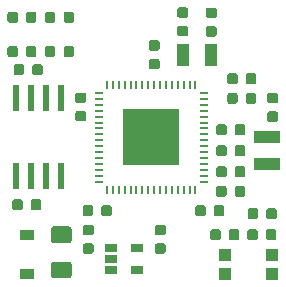
<source format=gbr>
G04 #@! TF.GenerationSoftware,KiCad,Pcbnew,(5.1.4-0-10_14)*
G04 #@! TF.CreationDate,2019-11-16T13:32:52-06:00*
G04 #@! TF.ProjectId,CircuitBrains Deluxe v1_0,43697263-7569-4744-9272-61696e732044,rev?*
G04 #@! TF.SameCoordinates,Original*
G04 #@! TF.FileFunction,Paste,Top*
G04 #@! TF.FilePolarity,Positive*
%FSLAX46Y46*%
G04 Gerber Fmt 4.6, Leading zero omitted, Abs format (unit mm)*
G04 Created by KiCad (PCBNEW (5.1.4-0-10_14)) date 2019-11-16 13:32:52*
%MOMM*%
%LPD*%
G04 APERTURE LIST*
%ADD10C,0.066040*%
%ADD11C,0.100000*%
%ADD12C,0.875000*%
%ADD13R,1.200000X0.900000*%
%ADD14C,1.425000*%
%ADD15R,2.199640X1.016000*%
%ADD16R,1.000000X1.000000*%
%ADD17R,0.599440X2.199640*%
%ADD18R,1.060000X0.650000*%
%ADD19R,0.218440X0.698500*%
%ADD20R,0.698500X0.218440*%
%ADD21R,4.699000X4.699000*%
%ADD22R,1.099820X1.899920*%
G04 APERTURE END LIST*
D10*
X100711000Y-98425000D02*
X100711000Y-99949000D01*
X100711000Y-99949000D02*
X102235000Y-99949000D01*
X102235000Y-98425000D02*
X102235000Y-99949000D01*
X100711000Y-98425000D02*
X102235000Y-98425000D01*
X100711000Y-100711000D02*
X100711000Y-102235000D01*
X100711000Y-102235000D02*
X102235000Y-102235000D01*
X102235000Y-100711000D02*
X102235000Y-102235000D01*
X100711000Y-100711000D02*
X102235000Y-100711000D01*
X98425000Y-100711000D02*
X98425000Y-102235000D01*
X98425000Y-102235000D02*
X99949000Y-102235000D01*
X99949000Y-100711000D02*
X99949000Y-102235000D01*
X98425000Y-100711000D02*
X99949000Y-100711000D01*
X98425000Y-98425000D02*
X98425000Y-99949000D01*
X98425000Y-99949000D02*
X99949000Y-99949000D01*
X99949000Y-98425000D02*
X99949000Y-99949000D01*
X98425000Y-98425000D02*
X99949000Y-98425000D01*
D11*
G36*
X103274691Y-89327053D02*
G01*
X103295926Y-89330203D01*
X103316750Y-89335419D01*
X103336962Y-89342651D01*
X103356368Y-89351830D01*
X103374781Y-89362866D01*
X103392024Y-89375654D01*
X103407930Y-89390070D01*
X103422346Y-89405976D01*
X103435134Y-89423219D01*
X103446170Y-89441632D01*
X103455349Y-89461038D01*
X103462581Y-89481250D01*
X103467797Y-89502074D01*
X103470947Y-89523309D01*
X103472000Y-89544750D01*
X103472000Y-89982250D01*
X103470947Y-90003691D01*
X103467797Y-90024926D01*
X103462581Y-90045750D01*
X103455349Y-90065962D01*
X103446170Y-90085368D01*
X103435134Y-90103781D01*
X103422346Y-90121024D01*
X103407930Y-90136930D01*
X103392024Y-90151346D01*
X103374781Y-90164134D01*
X103356368Y-90175170D01*
X103336962Y-90184349D01*
X103316750Y-90191581D01*
X103295926Y-90196797D01*
X103274691Y-90199947D01*
X103253250Y-90201000D01*
X102740750Y-90201000D01*
X102719309Y-90199947D01*
X102698074Y-90196797D01*
X102677250Y-90191581D01*
X102657038Y-90184349D01*
X102637632Y-90175170D01*
X102619219Y-90164134D01*
X102601976Y-90151346D01*
X102586070Y-90136930D01*
X102571654Y-90121024D01*
X102558866Y-90103781D01*
X102547830Y-90085368D01*
X102538651Y-90065962D01*
X102531419Y-90045750D01*
X102526203Y-90024926D01*
X102523053Y-90003691D01*
X102522000Y-89982250D01*
X102522000Y-89544750D01*
X102523053Y-89523309D01*
X102526203Y-89502074D01*
X102531419Y-89481250D01*
X102538651Y-89461038D01*
X102547830Y-89441632D01*
X102558866Y-89423219D01*
X102571654Y-89405976D01*
X102586070Y-89390070D01*
X102601976Y-89375654D01*
X102619219Y-89362866D01*
X102637632Y-89351830D01*
X102657038Y-89342651D01*
X102677250Y-89335419D01*
X102698074Y-89330203D01*
X102719309Y-89327053D01*
X102740750Y-89326000D01*
X103253250Y-89326000D01*
X103274691Y-89327053D01*
X103274691Y-89327053D01*
G37*
D12*
X102997000Y-89763500D03*
D11*
G36*
X103274691Y-90902053D02*
G01*
X103295926Y-90905203D01*
X103316750Y-90910419D01*
X103336962Y-90917651D01*
X103356368Y-90926830D01*
X103374781Y-90937866D01*
X103392024Y-90950654D01*
X103407930Y-90965070D01*
X103422346Y-90980976D01*
X103435134Y-90998219D01*
X103446170Y-91016632D01*
X103455349Y-91036038D01*
X103462581Y-91056250D01*
X103467797Y-91077074D01*
X103470947Y-91098309D01*
X103472000Y-91119750D01*
X103472000Y-91557250D01*
X103470947Y-91578691D01*
X103467797Y-91599926D01*
X103462581Y-91620750D01*
X103455349Y-91640962D01*
X103446170Y-91660368D01*
X103435134Y-91678781D01*
X103422346Y-91696024D01*
X103407930Y-91711930D01*
X103392024Y-91726346D01*
X103374781Y-91739134D01*
X103356368Y-91750170D01*
X103336962Y-91759349D01*
X103316750Y-91766581D01*
X103295926Y-91771797D01*
X103274691Y-91774947D01*
X103253250Y-91776000D01*
X102740750Y-91776000D01*
X102719309Y-91774947D01*
X102698074Y-91771797D01*
X102677250Y-91766581D01*
X102657038Y-91759349D01*
X102637632Y-91750170D01*
X102619219Y-91739134D01*
X102601976Y-91726346D01*
X102586070Y-91711930D01*
X102571654Y-91696024D01*
X102558866Y-91678781D01*
X102547830Y-91660368D01*
X102538651Y-91640962D01*
X102531419Y-91620750D01*
X102526203Y-91599926D01*
X102523053Y-91578691D01*
X102522000Y-91557250D01*
X102522000Y-91119750D01*
X102523053Y-91098309D01*
X102526203Y-91077074D01*
X102531419Y-91056250D01*
X102538651Y-91036038D01*
X102547830Y-91016632D01*
X102558866Y-90998219D01*
X102571654Y-90980976D01*
X102586070Y-90965070D01*
X102601976Y-90950654D01*
X102619219Y-90937866D01*
X102637632Y-90926830D01*
X102657038Y-90917651D01*
X102677250Y-90910419D01*
X102698074Y-90905203D01*
X102719309Y-90902053D01*
X102740750Y-90901000D01*
X103253250Y-90901000D01*
X103274691Y-90902053D01*
X103274691Y-90902053D01*
G37*
D12*
X102997000Y-91338500D03*
D11*
G36*
X105687691Y-90927553D02*
G01*
X105708926Y-90930703D01*
X105729750Y-90935919D01*
X105749962Y-90943151D01*
X105769368Y-90952330D01*
X105787781Y-90963366D01*
X105805024Y-90976154D01*
X105820930Y-90990570D01*
X105835346Y-91006476D01*
X105848134Y-91023719D01*
X105859170Y-91042132D01*
X105868349Y-91061538D01*
X105875581Y-91081750D01*
X105880797Y-91102574D01*
X105883947Y-91123809D01*
X105885000Y-91145250D01*
X105885000Y-91582750D01*
X105883947Y-91604191D01*
X105880797Y-91625426D01*
X105875581Y-91646250D01*
X105868349Y-91666462D01*
X105859170Y-91685868D01*
X105848134Y-91704281D01*
X105835346Y-91721524D01*
X105820930Y-91737430D01*
X105805024Y-91751846D01*
X105787781Y-91764634D01*
X105769368Y-91775670D01*
X105749962Y-91784849D01*
X105729750Y-91792081D01*
X105708926Y-91797297D01*
X105687691Y-91800447D01*
X105666250Y-91801500D01*
X105153750Y-91801500D01*
X105132309Y-91800447D01*
X105111074Y-91797297D01*
X105090250Y-91792081D01*
X105070038Y-91784849D01*
X105050632Y-91775670D01*
X105032219Y-91764634D01*
X105014976Y-91751846D01*
X104999070Y-91737430D01*
X104984654Y-91721524D01*
X104971866Y-91704281D01*
X104960830Y-91685868D01*
X104951651Y-91666462D01*
X104944419Y-91646250D01*
X104939203Y-91625426D01*
X104936053Y-91604191D01*
X104935000Y-91582750D01*
X104935000Y-91145250D01*
X104936053Y-91123809D01*
X104939203Y-91102574D01*
X104944419Y-91081750D01*
X104951651Y-91061538D01*
X104960830Y-91042132D01*
X104971866Y-91023719D01*
X104984654Y-91006476D01*
X104999070Y-90990570D01*
X105014976Y-90976154D01*
X105032219Y-90963366D01*
X105050632Y-90952330D01*
X105070038Y-90943151D01*
X105090250Y-90935919D01*
X105111074Y-90930703D01*
X105132309Y-90927553D01*
X105153750Y-90926500D01*
X105666250Y-90926500D01*
X105687691Y-90927553D01*
X105687691Y-90927553D01*
G37*
D12*
X105410000Y-91364000D03*
D11*
G36*
X105687691Y-89352553D02*
G01*
X105708926Y-89355703D01*
X105729750Y-89360919D01*
X105749962Y-89368151D01*
X105769368Y-89377330D01*
X105787781Y-89388366D01*
X105805024Y-89401154D01*
X105820930Y-89415570D01*
X105835346Y-89431476D01*
X105848134Y-89448719D01*
X105859170Y-89467132D01*
X105868349Y-89486538D01*
X105875581Y-89506750D01*
X105880797Y-89527574D01*
X105883947Y-89548809D01*
X105885000Y-89570250D01*
X105885000Y-90007750D01*
X105883947Y-90029191D01*
X105880797Y-90050426D01*
X105875581Y-90071250D01*
X105868349Y-90091462D01*
X105859170Y-90110868D01*
X105848134Y-90129281D01*
X105835346Y-90146524D01*
X105820930Y-90162430D01*
X105805024Y-90176846D01*
X105787781Y-90189634D01*
X105769368Y-90200670D01*
X105749962Y-90209849D01*
X105729750Y-90217081D01*
X105708926Y-90222297D01*
X105687691Y-90225447D01*
X105666250Y-90226500D01*
X105153750Y-90226500D01*
X105132309Y-90225447D01*
X105111074Y-90222297D01*
X105090250Y-90217081D01*
X105070038Y-90209849D01*
X105050632Y-90200670D01*
X105032219Y-90189634D01*
X105014976Y-90176846D01*
X104999070Y-90162430D01*
X104984654Y-90146524D01*
X104971866Y-90129281D01*
X104960830Y-90110868D01*
X104951651Y-90091462D01*
X104944419Y-90071250D01*
X104939203Y-90050426D01*
X104936053Y-90029191D01*
X104935000Y-90007750D01*
X104935000Y-89570250D01*
X104936053Y-89548809D01*
X104939203Y-89527574D01*
X104944419Y-89506750D01*
X104951651Y-89486538D01*
X104960830Y-89467132D01*
X104971866Y-89448719D01*
X104984654Y-89431476D01*
X104999070Y-89415570D01*
X105014976Y-89401154D01*
X105032219Y-89388366D01*
X105050632Y-89377330D01*
X105070038Y-89368151D01*
X105090250Y-89360919D01*
X105111074Y-89355703D01*
X105132309Y-89352553D01*
X105153750Y-89351500D01*
X105666250Y-89351500D01*
X105687691Y-89352553D01*
X105687691Y-89352553D01*
G37*
D12*
X105410000Y-89789000D03*
D11*
G36*
X109180691Y-106333053D02*
G01*
X109201926Y-106336203D01*
X109222750Y-106341419D01*
X109242962Y-106348651D01*
X109262368Y-106357830D01*
X109280781Y-106368866D01*
X109298024Y-106381654D01*
X109313930Y-106396070D01*
X109328346Y-106411976D01*
X109341134Y-106429219D01*
X109352170Y-106447632D01*
X109361349Y-106467038D01*
X109368581Y-106487250D01*
X109373797Y-106508074D01*
X109376947Y-106529309D01*
X109378000Y-106550750D01*
X109378000Y-107063250D01*
X109376947Y-107084691D01*
X109373797Y-107105926D01*
X109368581Y-107126750D01*
X109361349Y-107146962D01*
X109352170Y-107166368D01*
X109341134Y-107184781D01*
X109328346Y-107202024D01*
X109313930Y-107217930D01*
X109298024Y-107232346D01*
X109280781Y-107245134D01*
X109262368Y-107256170D01*
X109242962Y-107265349D01*
X109222750Y-107272581D01*
X109201926Y-107277797D01*
X109180691Y-107280947D01*
X109159250Y-107282000D01*
X108721750Y-107282000D01*
X108700309Y-107280947D01*
X108679074Y-107277797D01*
X108658250Y-107272581D01*
X108638038Y-107265349D01*
X108618632Y-107256170D01*
X108600219Y-107245134D01*
X108582976Y-107232346D01*
X108567070Y-107217930D01*
X108552654Y-107202024D01*
X108539866Y-107184781D01*
X108528830Y-107166368D01*
X108519651Y-107146962D01*
X108512419Y-107126750D01*
X108507203Y-107105926D01*
X108504053Y-107084691D01*
X108503000Y-107063250D01*
X108503000Y-106550750D01*
X108504053Y-106529309D01*
X108507203Y-106508074D01*
X108512419Y-106487250D01*
X108519651Y-106467038D01*
X108528830Y-106447632D01*
X108539866Y-106429219D01*
X108552654Y-106411976D01*
X108567070Y-106396070D01*
X108582976Y-106381654D01*
X108600219Y-106368866D01*
X108618632Y-106357830D01*
X108638038Y-106348651D01*
X108658250Y-106341419D01*
X108679074Y-106336203D01*
X108700309Y-106333053D01*
X108721750Y-106332000D01*
X109159250Y-106332000D01*
X109180691Y-106333053D01*
X109180691Y-106333053D01*
G37*
D12*
X108940500Y-106807000D03*
D11*
G36*
X110755691Y-106333053D02*
G01*
X110776926Y-106336203D01*
X110797750Y-106341419D01*
X110817962Y-106348651D01*
X110837368Y-106357830D01*
X110855781Y-106368866D01*
X110873024Y-106381654D01*
X110888930Y-106396070D01*
X110903346Y-106411976D01*
X110916134Y-106429219D01*
X110927170Y-106447632D01*
X110936349Y-106467038D01*
X110943581Y-106487250D01*
X110948797Y-106508074D01*
X110951947Y-106529309D01*
X110953000Y-106550750D01*
X110953000Y-107063250D01*
X110951947Y-107084691D01*
X110948797Y-107105926D01*
X110943581Y-107126750D01*
X110936349Y-107146962D01*
X110927170Y-107166368D01*
X110916134Y-107184781D01*
X110903346Y-107202024D01*
X110888930Y-107217930D01*
X110873024Y-107232346D01*
X110855781Y-107245134D01*
X110837368Y-107256170D01*
X110817962Y-107265349D01*
X110797750Y-107272581D01*
X110776926Y-107277797D01*
X110755691Y-107280947D01*
X110734250Y-107282000D01*
X110296750Y-107282000D01*
X110275309Y-107280947D01*
X110254074Y-107277797D01*
X110233250Y-107272581D01*
X110213038Y-107265349D01*
X110193632Y-107256170D01*
X110175219Y-107245134D01*
X110157976Y-107232346D01*
X110142070Y-107217930D01*
X110127654Y-107202024D01*
X110114866Y-107184781D01*
X110103830Y-107166368D01*
X110094651Y-107146962D01*
X110087419Y-107126750D01*
X110082203Y-107105926D01*
X110079053Y-107084691D01*
X110078000Y-107063250D01*
X110078000Y-106550750D01*
X110079053Y-106529309D01*
X110082203Y-106508074D01*
X110087419Y-106487250D01*
X110094651Y-106467038D01*
X110103830Y-106447632D01*
X110114866Y-106429219D01*
X110127654Y-106411976D01*
X110142070Y-106396070D01*
X110157976Y-106381654D01*
X110175219Y-106368866D01*
X110193632Y-106357830D01*
X110213038Y-106348651D01*
X110233250Y-106341419D01*
X110254074Y-106336203D01*
X110275309Y-106333053D01*
X110296750Y-106332000D01*
X110734250Y-106332000D01*
X110755691Y-106333053D01*
X110755691Y-106333053D01*
G37*
D12*
X110515500Y-106807000D03*
D11*
G36*
X95273691Y-107742053D02*
G01*
X95294926Y-107745203D01*
X95315750Y-107750419D01*
X95335962Y-107757651D01*
X95355368Y-107766830D01*
X95373781Y-107777866D01*
X95391024Y-107790654D01*
X95406930Y-107805070D01*
X95421346Y-107820976D01*
X95434134Y-107838219D01*
X95445170Y-107856632D01*
X95454349Y-107876038D01*
X95461581Y-107896250D01*
X95466797Y-107917074D01*
X95469947Y-107938309D01*
X95471000Y-107959750D01*
X95471000Y-108397250D01*
X95469947Y-108418691D01*
X95466797Y-108439926D01*
X95461581Y-108460750D01*
X95454349Y-108480962D01*
X95445170Y-108500368D01*
X95434134Y-108518781D01*
X95421346Y-108536024D01*
X95406930Y-108551930D01*
X95391024Y-108566346D01*
X95373781Y-108579134D01*
X95355368Y-108590170D01*
X95335962Y-108599349D01*
X95315750Y-108606581D01*
X95294926Y-108611797D01*
X95273691Y-108614947D01*
X95252250Y-108616000D01*
X94739750Y-108616000D01*
X94718309Y-108614947D01*
X94697074Y-108611797D01*
X94676250Y-108606581D01*
X94656038Y-108599349D01*
X94636632Y-108590170D01*
X94618219Y-108579134D01*
X94600976Y-108566346D01*
X94585070Y-108551930D01*
X94570654Y-108536024D01*
X94557866Y-108518781D01*
X94546830Y-108500368D01*
X94537651Y-108480962D01*
X94530419Y-108460750D01*
X94525203Y-108439926D01*
X94522053Y-108418691D01*
X94521000Y-108397250D01*
X94521000Y-107959750D01*
X94522053Y-107938309D01*
X94525203Y-107917074D01*
X94530419Y-107896250D01*
X94537651Y-107876038D01*
X94546830Y-107856632D01*
X94557866Y-107838219D01*
X94570654Y-107820976D01*
X94585070Y-107805070D01*
X94600976Y-107790654D01*
X94618219Y-107777866D01*
X94636632Y-107766830D01*
X94656038Y-107757651D01*
X94676250Y-107750419D01*
X94697074Y-107745203D01*
X94718309Y-107742053D01*
X94739750Y-107741000D01*
X95252250Y-107741000D01*
X95273691Y-107742053D01*
X95273691Y-107742053D01*
G37*
D12*
X94996000Y-108178500D03*
D11*
G36*
X95273691Y-109317053D02*
G01*
X95294926Y-109320203D01*
X95315750Y-109325419D01*
X95335962Y-109332651D01*
X95355368Y-109341830D01*
X95373781Y-109352866D01*
X95391024Y-109365654D01*
X95406930Y-109380070D01*
X95421346Y-109395976D01*
X95434134Y-109413219D01*
X95445170Y-109431632D01*
X95454349Y-109451038D01*
X95461581Y-109471250D01*
X95466797Y-109492074D01*
X95469947Y-109513309D01*
X95471000Y-109534750D01*
X95471000Y-109972250D01*
X95469947Y-109993691D01*
X95466797Y-110014926D01*
X95461581Y-110035750D01*
X95454349Y-110055962D01*
X95445170Y-110075368D01*
X95434134Y-110093781D01*
X95421346Y-110111024D01*
X95406930Y-110126930D01*
X95391024Y-110141346D01*
X95373781Y-110154134D01*
X95355368Y-110165170D01*
X95335962Y-110174349D01*
X95315750Y-110181581D01*
X95294926Y-110186797D01*
X95273691Y-110189947D01*
X95252250Y-110191000D01*
X94739750Y-110191000D01*
X94718309Y-110189947D01*
X94697074Y-110186797D01*
X94676250Y-110181581D01*
X94656038Y-110174349D01*
X94636632Y-110165170D01*
X94618219Y-110154134D01*
X94600976Y-110141346D01*
X94585070Y-110126930D01*
X94570654Y-110111024D01*
X94557866Y-110093781D01*
X94546830Y-110075368D01*
X94537651Y-110055962D01*
X94530419Y-110035750D01*
X94525203Y-110014926D01*
X94522053Y-109993691D01*
X94521000Y-109972250D01*
X94521000Y-109534750D01*
X94522053Y-109513309D01*
X94525203Y-109492074D01*
X94530419Y-109471250D01*
X94537651Y-109451038D01*
X94546830Y-109431632D01*
X94557866Y-109413219D01*
X94570654Y-109395976D01*
X94585070Y-109380070D01*
X94600976Y-109365654D01*
X94618219Y-109352866D01*
X94636632Y-109341830D01*
X94656038Y-109332651D01*
X94676250Y-109325419D01*
X94697074Y-109320203D01*
X94718309Y-109317053D01*
X94739750Y-109316000D01*
X95252250Y-109316000D01*
X95273691Y-109317053D01*
X95273691Y-109317053D01*
G37*
D12*
X94996000Y-109753500D03*
D11*
G36*
X90943691Y-94141053D02*
G01*
X90964926Y-94144203D01*
X90985750Y-94149419D01*
X91005962Y-94156651D01*
X91025368Y-94165830D01*
X91043781Y-94176866D01*
X91061024Y-94189654D01*
X91076930Y-94204070D01*
X91091346Y-94219976D01*
X91104134Y-94237219D01*
X91115170Y-94255632D01*
X91124349Y-94275038D01*
X91131581Y-94295250D01*
X91136797Y-94316074D01*
X91139947Y-94337309D01*
X91141000Y-94358750D01*
X91141000Y-94871250D01*
X91139947Y-94892691D01*
X91136797Y-94913926D01*
X91131581Y-94934750D01*
X91124349Y-94954962D01*
X91115170Y-94974368D01*
X91104134Y-94992781D01*
X91091346Y-95010024D01*
X91076930Y-95025930D01*
X91061024Y-95040346D01*
X91043781Y-95053134D01*
X91025368Y-95064170D01*
X91005962Y-95073349D01*
X90985750Y-95080581D01*
X90964926Y-95085797D01*
X90943691Y-95088947D01*
X90922250Y-95090000D01*
X90484750Y-95090000D01*
X90463309Y-95088947D01*
X90442074Y-95085797D01*
X90421250Y-95080581D01*
X90401038Y-95073349D01*
X90381632Y-95064170D01*
X90363219Y-95053134D01*
X90345976Y-95040346D01*
X90330070Y-95025930D01*
X90315654Y-95010024D01*
X90302866Y-94992781D01*
X90291830Y-94974368D01*
X90282651Y-94954962D01*
X90275419Y-94934750D01*
X90270203Y-94913926D01*
X90267053Y-94892691D01*
X90266000Y-94871250D01*
X90266000Y-94358750D01*
X90267053Y-94337309D01*
X90270203Y-94316074D01*
X90275419Y-94295250D01*
X90282651Y-94275038D01*
X90291830Y-94255632D01*
X90302866Y-94237219D01*
X90315654Y-94219976D01*
X90330070Y-94204070D01*
X90345976Y-94189654D01*
X90363219Y-94176866D01*
X90381632Y-94165830D01*
X90401038Y-94156651D01*
X90421250Y-94149419D01*
X90442074Y-94144203D01*
X90463309Y-94141053D01*
X90484750Y-94140000D01*
X90922250Y-94140000D01*
X90943691Y-94141053D01*
X90943691Y-94141053D01*
G37*
D12*
X90703500Y-94615000D03*
D11*
G36*
X89368691Y-94141053D02*
G01*
X89389926Y-94144203D01*
X89410750Y-94149419D01*
X89430962Y-94156651D01*
X89450368Y-94165830D01*
X89468781Y-94176866D01*
X89486024Y-94189654D01*
X89501930Y-94204070D01*
X89516346Y-94219976D01*
X89529134Y-94237219D01*
X89540170Y-94255632D01*
X89549349Y-94275038D01*
X89556581Y-94295250D01*
X89561797Y-94316074D01*
X89564947Y-94337309D01*
X89566000Y-94358750D01*
X89566000Y-94871250D01*
X89564947Y-94892691D01*
X89561797Y-94913926D01*
X89556581Y-94934750D01*
X89549349Y-94954962D01*
X89540170Y-94974368D01*
X89529134Y-94992781D01*
X89516346Y-95010024D01*
X89501930Y-95025930D01*
X89486024Y-95040346D01*
X89468781Y-95053134D01*
X89450368Y-95064170D01*
X89430962Y-95073349D01*
X89410750Y-95080581D01*
X89389926Y-95085797D01*
X89368691Y-95088947D01*
X89347250Y-95090000D01*
X88909750Y-95090000D01*
X88888309Y-95088947D01*
X88867074Y-95085797D01*
X88846250Y-95080581D01*
X88826038Y-95073349D01*
X88806632Y-95064170D01*
X88788219Y-95053134D01*
X88770976Y-95040346D01*
X88755070Y-95025930D01*
X88740654Y-95010024D01*
X88727866Y-94992781D01*
X88716830Y-94974368D01*
X88707651Y-94954962D01*
X88700419Y-94934750D01*
X88695203Y-94913926D01*
X88692053Y-94892691D01*
X88691000Y-94871250D01*
X88691000Y-94358750D01*
X88692053Y-94337309D01*
X88695203Y-94316074D01*
X88700419Y-94295250D01*
X88707651Y-94275038D01*
X88716830Y-94255632D01*
X88727866Y-94237219D01*
X88740654Y-94219976D01*
X88755070Y-94204070D01*
X88770976Y-94189654D01*
X88788219Y-94176866D01*
X88806632Y-94165830D01*
X88826038Y-94156651D01*
X88846250Y-94149419D01*
X88867074Y-94144203D01*
X88888309Y-94141053D01*
X88909750Y-94140000D01*
X89347250Y-94140000D01*
X89368691Y-94141053D01*
X89368691Y-94141053D01*
G37*
D12*
X89128500Y-94615000D03*
D11*
G36*
X106513691Y-104428053D02*
G01*
X106534926Y-104431203D01*
X106555750Y-104436419D01*
X106575962Y-104443651D01*
X106595368Y-104452830D01*
X106613781Y-104463866D01*
X106631024Y-104476654D01*
X106646930Y-104491070D01*
X106661346Y-104506976D01*
X106674134Y-104524219D01*
X106685170Y-104542632D01*
X106694349Y-104562038D01*
X106701581Y-104582250D01*
X106706797Y-104603074D01*
X106709947Y-104624309D01*
X106711000Y-104645750D01*
X106711000Y-105158250D01*
X106709947Y-105179691D01*
X106706797Y-105200926D01*
X106701581Y-105221750D01*
X106694349Y-105241962D01*
X106685170Y-105261368D01*
X106674134Y-105279781D01*
X106661346Y-105297024D01*
X106646930Y-105312930D01*
X106631024Y-105327346D01*
X106613781Y-105340134D01*
X106595368Y-105351170D01*
X106575962Y-105360349D01*
X106555750Y-105367581D01*
X106534926Y-105372797D01*
X106513691Y-105375947D01*
X106492250Y-105377000D01*
X106054750Y-105377000D01*
X106033309Y-105375947D01*
X106012074Y-105372797D01*
X105991250Y-105367581D01*
X105971038Y-105360349D01*
X105951632Y-105351170D01*
X105933219Y-105340134D01*
X105915976Y-105327346D01*
X105900070Y-105312930D01*
X105885654Y-105297024D01*
X105872866Y-105279781D01*
X105861830Y-105261368D01*
X105852651Y-105241962D01*
X105845419Y-105221750D01*
X105840203Y-105200926D01*
X105837053Y-105179691D01*
X105836000Y-105158250D01*
X105836000Y-104645750D01*
X105837053Y-104624309D01*
X105840203Y-104603074D01*
X105845419Y-104582250D01*
X105852651Y-104562038D01*
X105861830Y-104542632D01*
X105872866Y-104524219D01*
X105885654Y-104506976D01*
X105900070Y-104491070D01*
X105915976Y-104476654D01*
X105933219Y-104463866D01*
X105951632Y-104452830D01*
X105971038Y-104443651D01*
X105991250Y-104436419D01*
X106012074Y-104431203D01*
X106033309Y-104428053D01*
X106054750Y-104427000D01*
X106492250Y-104427000D01*
X106513691Y-104428053D01*
X106513691Y-104428053D01*
G37*
D12*
X106273500Y-104902000D03*
D11*
G36*
X108088691Y-104428053D02*
G01*
X108109926Y-104431203D01*
X108130750Y-104436419D01*
X108150962Y-104443651D01*
X108170368Y-104452830D01*
X108188781Y-104463866D01*
X108206024Y-104476654D01*
X108221930Y-104491070D01*
X108236346Y-104506976D01*
X108249134Y-104524219D01*
X108260170Y-104542632D01*
X108269349Y-104562038D01*
X108276581Y-104582250D01*
X108281797Y-104603074D01*
X108284947Y-104624309D01*
X108286000Y-104645750D01*
X108286000Y-105158250D01*
X108284947Y-105179691D01*
X108281797Y-105200926D01*
X108276581Y-105221750D01*
X108269349Y-105241962D01*
X108260170Y-105261368D01*
X108249134Y-105279781D01*
X108236346Y-105297024D01*
X108221930Y-105312930D01*
X108206024Y-105327346D01*
X108188781Y-105340134D01*
X108170368Y-105351170D01*
X108150962Y-105360349D01*
X108130750Y-105367581D01*
X108109926Y-105372797D01*
X108088691Y-105375947D01*
X108067250Y-105377000D01*
X107629750Y-105377000D01*
X107608309Y-105375947D01*
X107587074Y-105372797D01*
X107566250Y-105367581D01*
X107546038Y-105360349D01*
X107526632Y-105351170D01*
X107508219Y-105340134D01*
X107490976Y-105327346D01*
X107475070Y-105312930D01*
X107460654Y-105297024D01*
X107447866Y-105279781D01*
X107436830Y-105261368D01*
X107427651Y-105241962D01*
X107420419Y-105221750D01*
X107415203Y-105200926D01*
X107412053Y-105179691D01*
X107411000Y-105158250D01*
X107411000Y-104645750D01*
X107412053Y-104624309D01*
X107415203Y-104603074D01*
X107420419Y-104582250D01*
X107427651Y-104562038D01*
X107436830Y-104542632D01*
X107447866Y-104524219D01*
X107460654Y-104506976D01*
X107475070Y-104491070D01*
X107490976Y-104476654D01*
X107508219Y-104463866D01*
X107526632Y-104452830D01*
X107546038Y-104443651D01*
X107566250Y-104436419D01*
X107587074Y-104431203D01*
X107608309Y-104428053D01*
X107629750Y-104427000D01*
X108067250Y-104427000D01*
X108088691Y-104428053D01*
X108088691Y-104428053D01*
G37*
D12*
X107848500Y-104902000D03*
D11*
G36*
X101369691Y-109317053D02*
G01*
X101390926Y-109320203D01*
X101411750Y-109325419D01*
X101431962Y-109332651D01*
X101451368Y-109341830D01*
X101469781Y-109352866D01*
X101487024Y-109365654D01*
X101502930Y-109380070D01*
X101517346Y-109395976D01*
X101530134Y-109413219D01*
X101541170Y-109431632D01*
X101550349Y-109451038D01*
X101557581Y-109471250D01*
X101562797Y-109492074D01*
X101565947Y-109513309D01*
X101567000Y-109534750D01*
X101567000Y-109972250D01*
X101565947Y-109993691D01*
X101562797Y-110014926D01*
X101557581Y-110035750D01*
X101550349Y-110055962D01*
X101541170Y-110075368D01*
X101530134Y-110093781D01*
X101517346Y-110111024D01*
X101502930Y-110126930D01*
X101487024Y-110141346D01*
X101469781Y-110154134D01*
X101451368Y-110165170D01*
X101431962Y-110174349D01*
X101411750Y-110181581D01*
X101390926Y-110186797D01*
X101369691Y-110189947D01*
X101348250Y-110191000D01*
X100835750Y-110191000D01*
X100814309Y-110189947D01*
X100793074Y-110186797D01*
X100772250Y-110181581D01*
X100752038Y-110174349D01*
X100732632Y-110165170D01*
X100714219Y-110154134D01*
X100696976Y-110141346D01*
X100681070Y-110126930D01*
X100666654Y-110111024D01*
X100653866Y-110093781D01*
X100642830Y-110075368D01*
X100633651Y-110055962D01*
X100626419Y-110035750D01*
X100621203Y-110014926D01*
X100618053Y-109993691D01*
X100617000Y-109972250D01*
X100617000Y-109534750D01*
X100618053Y-109513309D01*
X100621203Y-109492074D01*
X100626419Y-109471250D01*
X100633651Y-109451038D01*
X100642830Y-109431632D01*
X100653866Y-109413219D01*
X100666654Y-109395976D01*
X100681070Y-109380070D01*
X100696976Y-109365654D01*
X100714219Y-109352866D01*
X100732632Y-109341830D01*
X100752038Y-109332651D01*
X100772250Y-109325419D01*
X100793074Y-109320203D01*
X100814309Y-109317053D01*
X100835750Y-109316000D01*
X101348250Y-109316000D01*
X101369691Y-109317053D01*
X101369691Y-109317053D01*
G37*
D12*
X101092000Y-109753500D03*
D11*
G36*
X101369691Y-107742053D02*
G01*
X101390926Y-107745203D01*
X101411750Y-107750419D01*
X101431962Y-107757651D01*
X101451368Y-107766830D01*
X101469781Y-107777866D01*
X101487024Y-107790654D01*
X101502930Y-107805070D01*
X101517346Y-107820976D01*
X101530134Y-107838219D01*
X101541170Y-107856632D01*
X101550349Y-107876038D01*
X101557581Y-107896250D01*
X101562797Y-107917074D01*
X101565947Y-107938309D01*
X101567000Y-107959750D01*
X101567000Y-108397250D01*
X101565947Y-108418691D01*
X101562797Y-108439926D01*
X101557581Y-108460750D01*
X101550349Y-108480962D01*
X101541170Y-108500368D01*
X101530134Y-108518781D01*
X101517346Y-108536024D01*
X101502930Y-108551930D01*
X101487024Y-108566346D01*
X101469781Y-108579134D01*
X101451368Y-108590170D01*
X101431962Y-108599349D01*
X101411750Y-108606581D01*
X101390926Y-108611797D01*
X101369691Y-108614947D01*
X101348250Y-108616000D01*
X100835750Y-108616000D01*
X100814309Y-108614947D01*
X100793074Y-108611797D01*
X100772250Y-108606581D01*
X100752038Y-108599349D01*
X100732632Y-108590170D01*
X100714219Y-108579134D01*
X100696976Y-108566346D01*
X100681070Y-108551930D01*
X100666654Y-108536024D01*
X100653866Y-108518781D01*
X100642830Y-108500368D01*
X100633651Y-108480962D01*
X100626419Y-108460750D01*
X100621203Y-108439926D01*
X100618053Y-108418691D01*
X100617000Y-108397250D01*
X100617000Y-107959750D01*
X100618053Y-107938309D01*
X100621203Y-107917074D01*
X100626419Y-107896250D01*
X100633651Y-107876038D01*
X100642830Y-107856632D01*
X100653866Y-107838219D01*
X100666654Y-107820976D01*
X100681070Y-107805070D01*
X100696976Y-107790654D01*
X100714219Y-107777866D01*
X100732632Y-107766830D01*
X100752038Y-107757651D01*
X100772250Y-107750419D01*
X100793074Y-107745203D01*
X100814309Y-107742053D01*
X100835750Y-107741000D01*
X101348250Y-107741000D01*
X101369691Y-107742053D01*
X101369691Y-107742053D01*
G37*
D12*
X101092000Y-108178500D03*
D11*
G36*
X108088691Y-102777053D02*
G01*
X108109926Y-102780203D01*
X108130750Y-102785419D01*
X108150962Y-102792651D01*
X108170368Y-102801830D01*
X108188781Y-102812866D01*
X108206024Y-102825654D01*
X108221930Y-102840070D01*
X108236346Y-102855976D01*
X108249134Y-102873219D01*
X108260170Y-102891632D01*
X108269349Y-102911038D01*
X108276581Y-102931250D01*
X108281797Y-102952074D01*
X108284947Y-102973309D01*
X108286000Y-102994750D01*
X108286000Y-103507250D01*
X108284947Y-103528691D01*
X108281797Y-103549926D01*
X108276581Y-103570750D01*
X108269349Y-103590962D01*
X108260170Y-103610368D01*
X108249134Y-103628781D01*
X108236346Y-103646024D01*
X108221930Y-103661930D01*
X108206024Y-103676346D01*
X108188781Y-103689134D01*
X108170368Y-103700170D01*
X108150962Y-103709349D01*
X108130750Y-103716581D01*
X108109926Y-103721797D01*
X108088691Y-103724947D01*
X108067250Y-103726000D01*
X107629750Y-103726000D01*
X107608309Y-103724947D01*
X107587074Y-103721797D01*
X107566250Y-103716581D01*
X107546038Y-103709349D01*
X107526632Y-103700170D01*
X107508219Y-103689134D01*
X107490976Y-103676346D01*
X107475070Y-103661930D01*
X107460654Y-103646024D01*
X107447866Y-103628781D01*
X107436830Y-103610368D01*
X107427651Y-103590962D01*
X107420419Y-103570750D01*
X107415203Y-103549926D01*
X107412053Y-103528691D01*
X107411000Y-103507250D01*
X107411000Y-102994750D01*
X107412053Y-102973309D01*
X107415203Y-102952074D01*
X107420419Y-102931250D01*
X107427651Y-102911038D01*
X107436830Y-102891632D01*
X107447866Y-102873219D01*
X107460654Y-102855976D01*
X107475070Y-102840070D01*
X107490976Y-102825654D01*
X107508219Y-102812866D01*
X107526632Y-102801830D01*
X107546038Y-102792651D01*
X107566250Y-102785419D01*
X107587074Y-102780203D01*
X107608309Y-102777053D01*
X107629750Y-102776000D01*
X108067250Y-102776000D01*
X108088691Y-102777053D01*
X108088691Y-102777053D01*
G37*
D12*
X107848500Y-103251000D03*
D11*
G36*
X106513691Y-102777053D02*
G01*
X106534926Y-102780203D01*
X106555750Y-102785419D01*
X106575962Y-102792651D01*
X106595368Y-102801830D01*
X106613781Y-102812866D01*
X106631024Y-102825654D01*
X106646930Y-102840070D01*
X106661346Y-102855976D01*
X106674134Y-102873219D01*
X106685170Y-102891632D01*
X106694349Y-102911038D01*
X106701581Y-102931250D01*
X106706797Y-102952074D01*
X106709947Y-102973309D01*
X106711000Y-102994750D01*
X106711000Y-103507250D01*
X106709947Y-103528691D01*
X106706797Y-103549926D01*
X106701581Y-103570750D01*
X106694349Y-103590962D01*
X106685170Y-103610368D01*
X106674134Y-103628781D01*
X106661346Y-103646024D01*
X106646930Y-103661930D01*
X106631024Y-103676346D01*
X106613781Y-103689134D01*
X106595368Y-103700170D01*
X106575962Y-103709349D01*
X106555750Y-103716581D01*
X106534926Y-103721797D01*
X106513691Y-103724947D01*
X106492250Y-103726000D01*
X106054750Y-103726000D01*
X106033309Y-103724947D01*
X106012074Y-103721797D01*
X105991250Y-103716581D01*
X105971038Y-103709349D01*
X105951632Y-103700170D01*
X105933219Y-103689134D01*
X105915976Y-103676346D01*
X105900070Y-103661930D01*
X105885654Y-103646024D01*
X105872866Y-103628781D01*
X105861830Y-103610368D01*
X105852651Y-103590962D01*
X105845419Y-103570750D01*
X105840203Y-103549926D01*
X105837053Y-103528691D01*
X105836000Y-103507250D01*
X105836000Y-102994750D01*
X105837053Y-102973309D01*
X105840203Y-102952074D01*
X105845419Y-102931250D01*
X105852651Y-102911038D01*
X105861830Y-102891632D01*
X105872866Y-102873219D01*
X105885654Y-102855976D01*
X105900070Y-102840070D01*
X105915976Y-102825654D01*
X105933219Y-102812866D01*
X105951632Y-102801830D01*
X105971038Y-102792651D01*
X105991250Y-102785419D01*
X106012074Y-102780203D01*
X106033309Y-102777053D01*
X106054750Y-102776000D01*
X106492250Y-102776000D01*
X106513691Y-102777053D01*
X106513691Y-102777053D01*
G37*
D12*
X106273500Y-103251000D03*
D11*
G36*
X106513691Y-100999053D02*
G01*
X106534926Y-101002203D01*
X106555750Y-101007419D01*
X106575962Y-101014651D01*
X106595368Y-101023830D01*
X106613781Y-101034866D01*
X106631024Y-101047654D01*
X106646930Y-101062070D01*
X106661346Y-101077976D01*
X106674134Y-101095219D01*
X106685170Y-101113632D01*
X106694349Y-101133038D01*
X106701581Y-101153250D01*
X106706797Y-101174074D01*
X106709947Y-101195309D01*
X106711000Y-101216750D01*
X106711000Y-101729250D01*
X106709947Y-101750691D01*
X106706797Y-101771926D01*
X106701581Y-101792750D01*
X106694349Y-101812962D01*
X106685170Y-101832368D01*
X106674134Y-101850781D01*
X106661346Y-101868024D01*
X106646930Y-101883930D01*
X106631024Y-101898346D01*
X106613781Y-101911134D01*
X106595368Y-101922170D01*
X106575962Y-101931349D01*
X106555750Y-101938581D01*
X106534926Y-101943797D01*
X106513691Y-101946947D01*
X106492250Y-101948000D01*
X106054750Y-101948000D01*
X106033309Y-101946947D01*
X106012074Y-101943797D01*
X105991250Y-101938581D01*
X105971038Y-101931349D01*
X105951632Y-101922170D01*
X105933219Y-101911134D01*
X105915976Y-101898346D01*
X105900070Y-101883930D01*
X105885654Y-101868024D01*
X105872866Y-101850781D01*
X105861830Y-101832368D01*
X105852651Y-101812962D01*
X105845419Y-101792750D01*
X105840203Y-101771926D01*
X105837053Y-101750691D01*
X105836000Y-101729250D01*
X105836000Y-101216750D01*
X105837053Y-101195309D01*
X105840203Y-101174074D01*
X105845419Y-101153250D01*
X105852651Y-101133038D01*
X105861830Y-101113632D01*
X105872866Y-101095219D01*
X105885654Y-101077976D01*
X105900070Y-101062070D01*
X105915976Y-101047654D01*
X105933219Y-101034866D01*
X105951632Y-101023830D01*
X105971038Y-101014651D01*
X105991250Y-101007419D01*
X106012074Y-101002203D01*
X106033309Y-100999053D01*
X106054750Y-100998000D01*
X106492250Y-100998000D01*
X106513691Y-100999053D01*
X106513691Y-100999053D01*
G37*
D12*
X106273500Y-101473000D03*
D11*
G36*
X108088691Y-100999053D02*
G01*
X108109926Y-101002203D01*
X108130750Y-101007419D01*
X108150962Y-101014651D01*
X108170368Y-101023830D01*
X108188781Y-101034866D01*
X108206024Y-101047654D01*
X108221930Y-101062070D01*
X108236346Y-101077976D01*
X108249134Y-101095219D01*
X108260170Y-101113632D01*
X108269349Y-101133038D01*
X108276581Y-101153250D01*
X108281797Y-101174074D01*
X108284947Y-101195309D01*
X108286000Y-101216750D01*
X108286000Y-101729250D01*
X108284947Y-101750691D01*
X108281797Y-101771926D01*
X108276581Y-101792750D01*
X108269349Y-101812962D01*
X108260170Y-101832368D01*
X108249134Y-101850781D01*
X108236346Y-101868024D01*
X108221930Y-101883930D01*
X108206024Y-101898346D01*
X108188781Y-101911134D01*
X108170368Y-101922170D01*
X108150962Y-101931349D01*
X108130750Y-101938581D01*
X108109926Y-101943797D01*
X108088691Y-101946947D01*
X108067250Y-101948000D01*
X107629750Y-101948000D01*
X107608309Y-101946947D01*
X107587074Y-101943797D01*
X107566250Y-101938581D01*
X107546038Y-101931349D01*
X107526632Y-101922170D01*
X107508219Y-101911134D01*
X107490976Y-101898346D01*
X107475070Y-101883930D01*
X107460654Y-101868024D01*
X107447866Y-101850781D01*
X107436830Y-101832368D01*
X107427651Y-101812962D01*
X107420419Y-101792750D01*
X107415203Y-101771926D01*
X107412053Y-101750691D01*
X107411000Y-101729250D01*
X107411000Y-101216750D01*
X107412053Y-101195309D01*
X107415203Y-101174074D01*
X107420419Y-101153250D01*
X107427651Y-101133038D01*
X107436830Y-101113632D01*
X107447866Y-101095219D01*
X107460654Y-101077976D01*
X107475070Y-101062070D01*
X107490976Y-101047654D01*
X107508219Y-101034866D01*
X107526632Y-101023830D01*
X107546038Y-101014651D01*
X107566250Y-101007419D01*
X107587074Y-101002203D01*
X107608309Y-100999053D01*
X107629750Y-100998000D01*
X108067250Y-100998000D01*
X108088691Y-100999053D01*
X108088691Y-100999053D01*
G37*
D12*
X107848500Y-101473000D03*
D11*
G36*
X100861691Y-92121053D02*
G01*
X100882926Y-92124203D01*
X100903750Y-92129419D01*
X100923962Y-92136651D01*
X100943368Y-92145830D01*
X100961781Y-92156866D01*
X100979024Y-92169654D01*
X100994930Y-92184070D01*
X101009346Y-92199976D01*
X101022134Y-92217219D01*
X101033170Y-92235632D01*
X101042349Y-92255038D01*
X101049581Y-92275250D01*
X101054797Y-92296074D01*
X101057947Y-92317309D01*
X101059000Y-92338750D01*
X101059000Y-92776250D01*
X101057947Y-92797691D01*
X101054797Y-92818926D01*
X101049581Y-92839750D01*
X101042349Y-92859962D01*
X101033170Y-92879368D01*
X101022134Y-92897781D01*
X101009346Y-92915024D01*
X100994930Y-92930930D01*
X100979024Y-92945346D01*
X100961781Y-92958134D01*
X100943368Y-92969170D01*
X100923962Y-92978349D01*
X100903750Y-92985581D01*
X100882926Y-92990797D01*
X100861691Y-92993947D01*
X100840250Y-92995000D01*
X100327750Y-92995000D01*
X100306309Y-92993947D01*
X100285074Y-92990797D01*
X100264250Y-92985581D01*
X100244038Y-92978349D01*
X100224632Y-92969170D01*
X100206219Y-92958134D01*
X100188976Y-92945346D01*
X100173070Y-92930930D01*
X100158654Y-92915024D01*
X100145866Y-92897781D01*
X100134830Y-92879368D01*
X100125651Y-92859962D01*
X100118419Y-92839750D01*
X100113203Y-92818926D01*
X100110053Y-92797691D01*
X100109000Y-92776250D01*
X100109000Y-92338750D01*
X100110053Y-92317309D01*
X100113203Y-92296074D01*
X100118419Y-92275250D01*
X100125651Y-92255038D01*
X100134830Y-92235632D01*
X100145866Y-92217219D01*
X100158654Y-92199976D01*
X100173070Y-92184070D01*
X100188976Y-92169654D01*
X100206219Y-92156866D01*
X100224632Y-92145830D01*
X100244038Y-92136651D01*
X100264250Y-92129419D01*
X100285074Y-92124203D01*
X100306309Y-92121053D01*
X100327750Y-92120000D01*
X100840250Y-92120000D01*
X100861691Y-92121053D01*
X100861691Y-92121053D01*
G37*
D12*
X100584000Y-92557500D03*
D11*
G36*
X100861691Y-93696053D02*
G01*
X100882926Y-93699203D01*
X100903750Y-93704419D01*
X100923962Y-93711651D01*
X100943368Y-93720830D01*
X100961781Y-93731866D01*
X100979024Y-93744654D01*
X100994930Y-93759070D01*
X101009346Y-93774976D01*
X101022134Y-93792219D01*
X101033170Y-93810632D01*
X101042349Y-93830038D01*
X101049581Y-93850250D01*
X101054797Y-93871074D01*
X101057947Y-93892309D01*
X101059000Y-93913750D01*
X101059000Y-94351250D01*
X101057947Y-94372691D01*
X101054797Y-94393926D01*
X101049581Y-94414750D01*
X101042349Y-94434962D01*
X101033170Y-94454368D01*
X101022134Y-94472781D01*
X101009346Y-94490024D01*
X100994930Y-94505930D01*
X100979024Y-94520346D01*
X100961781Y-94533134D01*
X100943368Y-94544170D01*
X100923962Y-94553349D01*
X100903750Y-94560581D01*
X100882926Y-94565797D01*
X100861691Y-94568947D01*
X100840250Y-94570000D01*
X100327750Y-94570000D01*
X100306309Y-94568947D01*
X100285074Y-94565797D01*
X100264250Y-94560581D01*
X100244038Y-94553349D01*
X100224632Y-94544170D01*
X100206219Y-94533134D01*
X100188976Y-94520346D01*
X100173070Y-94505930D01*
X100158654Y-94490024D01*
X100145866Y-94472781D01*
X100134830Y-94454368D01*
X100125651Y-94434962D01*
X100118419Y-94414750D01*
X100113203Y-94393926D01*
X100110053Y-94372691D01*
X100109000Y-94351250D01*
X100109000Y-93913750D01*
X100110053Y-93892309D01*
X100113203Y-93871074D01*
X100118419Y-93850250D01*
X100125651Y-93830038D01*
X100134830Y-93810632D01*
X100145866Y-93792219D01*
X100158654Y-93774976D01*
X100173070Y-93759070D01*
X100188976Y-93744654D01*
X100206219Y-93731866D01*
X100224632Y-93720830D01*
X100244038Y-93711651D01*
X100264250Y-93704419D01*
X100285074Y-93699203D01*
X100306309Y-93696053D01*
X100327750Y-93695000D01*
X100840250Y-93695000D01*
X100861691Y-93696053D01*
X100861691Y-93696053D01*
G37*
D12*
X100584000Y-94132500D03*
D11*
G36*
X94638691Y-98115553D02*
G01*
X94659926Y-98118703D01*
X94680750Y-98123919D01*
X94700962Y-98131151D01*
X94720368Y-98140330D01*
X94738781Y-98151366D01*
X94756024Y-98164154D01*
X94771930Y-98178570D01*
X94786346Y-98194476D01*
X94799134Y-98211719D01*
X94810170Y-98230132D01*
X94819349Y-98249538D01*
X94826581Y-98269750D01*
X94831797Y-98290574D01*
X94834947Y-98311809D01*
X94836000Y-98333250D01*
X94836000Y-98770750D01*
X94834947Y-98792191D01*
X94831797Y-98813426D01*
X94826581Y-98834250D01*
X94819349Y-98854462D01*
X94810170Y-98873868D01*
X94799134Y-98892281D01*
X94786346Y-98909524D01*
X94771930Y-98925430D01*
X94756024Y-98939846D01*
X94738781Y-98952634D01*
X94720368Y-98963670D01*
X94700962Y-98972849D01*
X94680750Y-98980081D01*
X94659926Y-98985297D01*
X94638691Y-98988447D01*
X94617250Y-98989500D01*
X94104750Y-98989500D01*
X94083309Y-98988447D01*
X94062074Y-98985297D01*
X94041250Y-98980081D01*
X94021038Y-98972849D01*
X94001632Y-98963670D01*
X93983219Y-98952634D01*
X93965976Y-98939846D01*
X93950070Y-98925430D01*
X93935654Y-98909524D01*
X93922866Y-98892281D01*
X93911830Y-98873868D01*
X93902651Y-98854462D01*
X93895419Y-98834250D01*
X93890203Y-98813426D01*
X93887053Y-98792191D01*
X93886000Y-98770750D01*
X93886000Y-98333250D01*
X93887053Y-98311809D01*
X93890203Y-98290574D01*
X93895419Y-98269750D01*
X93902651Y-98249538D01*
X93911830Y-98230132D01*
X93922866Y-98211719D01*
X93935654Y-98194476D01*
X93950070Y-98178570D01*
X93965976Y-98164154D01*
X93983219Y-98151366D01*
X94001632Y-98140330D01*
X94021038Y-98131151D01*
X94041250Y-98123919D01*
X94062074Y-98118703D01*
X94083309Y-98115553D01*
X94104750Y-98114500D01*
X94617250Y-98114500D01*
X94638691Y-98115553D01*
X94638691Y-98115553D01*
G37*
D12*
X94361000Y-98552000D03*
D11*
G36*
X94638691Y-96540553D02*
G01*
X94659926Y-96543703D01*
X94680750Y-96548919D01*
X94700962Y-96556151D01*
X94720368Y-96565330D01*
X94738781Y-96576366D01*
X94756024Y-96589154D01*
X94771930Y-96603570D01*
X94786346Y-96619476D01*
X94799134Y-96636719D01*
X94810170Y-96655132D01*
X94819349Y-96674538D01*
X94826581Y-96694750D01*
X94831797Y-96715574D01*
X94834947Y-96736809D01*
X94836000Y-96758250D01*
X94836000Y-97195750D01*
X94834947Y-97217191D01*
X94831797Y-97238426D01*
X94826581Y-97259250D01*
X94819349Y-97279462D01*
X94810170Y-97298868D01*
X94799134Y-97317281D01*
X94786346Y-97334524D01*
X94771930Y-97350430D01*
X94756024Y-97364846D01*
X94738781Y-97377634D01*
X94720368Y-97388670D01*
X94700962Y-97397849D01*
X94680750Y-97405081D01*
X94659926Y-97410297D01*
X94638691Y-97413447D01*
X94617250Y-97414500D01*
X94104750Y-97414500D01*
X94083309Y-97413447D01*
X94062074Y-97410297D01*
X94041250Y-97405081D01*
X94021038Y-97397849D01*
X94001632Y-97388670D01*
X93983219Y-97377634D01*
X93965976Y-97364846D01*
X93950070Y-97350430D01*
X93935654Y-97334524D01*
X93922866Y-97317281D01*
X93911830Y-97298868D01*
X93902651Y-97279462D01*
X93895419Y-97259250D01*
X93890203Y-97238426D01*
X93887053Y-97217191D01*
X93886000Y-97195750D01*
X93886000Y-96758250D01*
X93887053Y-96736809D01*
X93890203Y-96715574D01*
X93895419Y-96694750D01*
X93902651Y-96674538D01*
X93911830Y-96655132D01*
X93922866Y-96636719D01*
X93935654Y-96619476D01*
X93950070Y-96603570D01*
X93965976Y-96589154D01*
X93983219Y-96576366D01*
X94001632Y-96565330D01*
X94021038Y-96556151D01*
X94041250Y-96548919D01*
X94062074Y-96543703D01*
X94083309Y-96540553D01*
X94104750Y-96539500D01*
X94617250Y-96539500D01*
X94638691Y-96540553D01*
X94638691Y-96540553D01*
G37*
D12*
X94361000Y-96977000D03*
D11*
G36*
X106310691Y-106079053D02*
G01*
X106331926Y-106082203D01*
X106352750Y-106087419D01*
X106372962Y-106094651D01*
X106392368Y-106103830D01*
X106410781Y-106114866D01*
X106428024Y-106127654D01*
X106443930Y-106142070D01*
X106458346Y-106157976D01*
X106471134Y-106175219D01*
X106482170Y-106193632D01*
X106491349Y-106213038D01*
X106498581Y-106233250D01*
X106503797Y-106254074D01*
X106506947Y-106275309D01*
X106508000Y-106296750D01*
X106508000Y-106809250D01*
X106506947Y-106830691D01*
X106503797Y-106851926D01*
X106498581Y-106872750D01*
X106491349Y-106892962D01*
X106482170Y-106912368D01*
X106471134Y-106930781D01*
X106458346Y-106948024D01*
X106443930Y-106963930D01*
X106428024Y-106978346D01*
X106410781Y-106991134D01*
X106392368Y-107002170D01*
X106372962Y-107011349D01*
X106352750Y-107018581D01*
X106331926Y-107023797D01*
X106310691Y-107026947D01*
X106289250Y-107028000D01*
X105851750Y-107028000D01*
X105830309Y-107026947D01*
X105809074Y-107023797D01*
X105788250Y-107018581D01*
X105768038Y-107011349D01*
X105748632Y-107002170D01*
X105730219Y-106991134D01*
X105712976Y-106978346D01*
X105697070Y-106963930D01*
X105682654Y-106948024D01*
X105669866Y-106930781D01*
X105658830Y-106912368D01*
X105649651Y-106892962D01*
X105642419Y-106872750D01*
X105637203Y-106851926D01*
X105634053Y-106830691D01*
X105633000Y-106809250D01*
X105633000Y-106296750D01*
X105634053Y-106275309D01*
X105637203Y-106254074D01*
X105642419Y-106233250D01*
X105649651Y-106213038D01*
X105658830Y-106193632D01*
X105669866Y-106175219D01*
X105682654Y-106157976D01*
X105697070Y-106142070D01*
X105712976Y-106127654D01*
X105730219Y-106114866D01*
X105748632Y-106103830D01*
X105768038Y-106094651D01*
X105788250Y-106087419D01*
X105809074Y-106082203D01*
X105830309Y-106079053D01*
X105851750Y-106078000D01*
X106289250Y-106078000D01*
X106310691Y-106079053D01*
X106310691Y-106079053D01*
G37*
D12*
X106070500Y-106553000D03*
D11*
G36*
X104735691Y-106079053D02*
G01*
X104756926Y-106082203D01*
X104777750Y-106087419D01*
X104797962Y-106094651D01*
X104817368Y-106103830D01*
X104835781Y-106114866D01*
X104853024Y-106127654D01*
X104868930Y-106142070D01*
X104883346Y-106157976D01*
X104896134Y-106175219D01*
X104907170Y-106193632D01*
X104916349Y-106213038D01*
X104923581Y-106233250D01*
X104928797Y-106254074D01*
X104931947Y-106275309D01*
X104933000Y-106296750D01*
X104933000Y-106809250D01*
X104931947Y-106830691D01*
X104928797Y-106851926D01*
X104923581Y-106872750D01*
X104916349Y-106892962D01*
X104907170Y-106912368D01*
X104896134Y-106930781D01*
X104883346Y-106948024D01*
X104868930Y-106963930D01*
X104853024Y-106978346D01*
X104835781Y-106991134D01*
X104817368Y-107002170D01*
X104797962Y-107011349D01*
X104777750Y-107018581D01*
X104756926Y-107023797D01*
X104735691Y-107026947D01*
X104714250Y-107028000D01*
X104276750Y-107028000D01*
X104255309Y-107026947D01*
X104234074Y-107023797D01*
X104213250Y-107018581D01*
X104193038Y-107011349D01*
X104173632Y-107002170D01*
X104155219Y-106991134D01*
X104137976Y-106978346D01*
X104122070Y-106963930D01*
X104107654Y-106948024D01*
X104094866Y-106930781D01*
X104083830Y-106912368D01*
X104074651Y-106892962D01*
X104067419Y-106872750D01*
X104062203Y-106851926D01*
X104059053Y-106830691D01*
X104058000Y-106809250D01*
X104058000Y-106296750D01*
X104059053Y-106275309D01*
X104062203Y-106254074D01*
X104067419Y-106233250D01*
X104074651Y-106213038D01*
X104083830Y-106193632D01*
X104094866Y-106175219D01*
X104107654Y-106157976D01*
X104122070Y-106142070D01*
X104137976Y-106127654D01*
X104155219Y-106114866D01*
X104173632Y-106103830D01*
X104193038Y-106094651D01*
X104213250Y-106087419D01*
X104234074Y-106082203D01*
X104255309Y-106079053D01*
X104276750Y-106078000D01*
X104714250Y-106078000D01*
X104735691Y-106079053D01*
X104735691Y-106079053D01*
G37*
D12*
X104495500Y-106553000D03*
D11*
G36*
X95210691Y-106079053D02*
G01*
X95231926Y-106082203D01*
X95252750Y-106087419D01*
X95272962Y-106094651D01*
X95292368Y-106103830D01*
X95310781Y-106114866D01*
X95328024Y-106127654D01*
X95343930Y-106142070D01*
X95358346Y-106157976D01*
X95371134Y-106175219D01*
X95382170Y-106193632D01*
X95391349Y-106213038D01*
X95398581Y-106233250D01*
X95403797Y-106254074D01*
X95406947Y-106275309D01*
X95408000Y-106296750D01*
X95408000Y-106809250D01*
X95406947Y-106830691D01*
X95403797Y-106851926D01*
X95398581Y-106872750D01*
X95391349Y-106892962D01*
X95382170Y-106912368D01*
X95371134Y-106930781D01*
X95358346Y-106948024D01*
X95343930Y-106963930D01*
X95328024Y-106978346D01*
X95310781Y-106991134D01*
X95292368Y-107002170D01*
X95272962Y-107011349D01*
X95252750Y-107018581D01*
X95231926Y-107023797D01*
X95210691Y-107026947D01*
X95189250Y-107028000D01*
X94751750Y-107028000D01*
X94730309Y-107026947D01*
X94709074Y-107023797D01*
X94688250Y-107018581D01*
X94668038Y-107011349D01*
X94648632Y-107002170D01*
X94630219Y-106991134D01*
X94612976Y-106978346D01*
X94597070Y-106963930D01*
X94582654Y-106948024D01*
X94569866Y-106930781D01*
X94558830Y-106912368D01*
X94549651Y-106892962D01*
X94542419Y-106872750D01*
X94537203Y-106851926D01*
X94534053Y-106830691D01*
X94533000Y-106809250D01*
X94533000Y-106296750D01*
X94534053Y-106275309D01*
X94537203Y-106254074D01*
X94542419Y-106233250D01*
X94549651Y-106213038D01*
X94558830Y-106193632D01*
X94569866Y-106175219D01*
X94582654Y-106157976D01*
X94597070Y-106142070D01*
X94612976Y-106127654D01*
X94630219Y-106114866D01*
X94648632Y-106103830D01*
X94668038Y-106094651D01*
X94688250Y-106087419D01*
X94709074Y-106082203D01*
X94730309Y-106079053D01*
X94751750Y-106078000D01*
X95189250Y-106078000D01*
X95210691Y-106079053D01*
X95210691Y-106079053D01*
G37*
D12*
X94970500Y-106553000D03*
D11*
G36*
X96785691Y-106079053D02*
G01*
X96806926Y-106082203D01*
X96827750Y-106087419D01*
X96847962Y-106094651D01*
X96867368Y-106103830D01*
X96885781Y-106114866D01*
X96903024Y-106127654D01*
X96918930Y-106142070D01*
X96933346Y-106157976D01*
X96946134Y-106175219D01*
X96957170Y-106193632D01*
X96966349Y-106213038D01*
X96973581Y-106233250D01*
X96978797Y-106254074D01*
X96981947Y-106275309D01*
X96983000Y-106296750D01*
X96983000Y-106809250D01*
X96981947Y-106830691D01*
X96978797Y-106851926D01*
X96973581Y-106872750D01*
X96966349Y-106892962D01*
X96957170Y-106912368D01*
X96946134Y-106930781D01*
X96933346Y-106948024D01*
X96918930Y-106963930D01*
X96903024Y-106978346D01*
X96885781Y-106991134D01*
X96867368Y-107002170D01*
X96847962Y-107011349D01*
X96827750Y-107018581D01*
X96806926Y-107023797D01*
X96785691Y-107026947D01*
X96764250Y-107028000D01*
X96326750Y-107028000D01*
X96305309Y-107026947D01*
X96284074Y-107023797D01*
X96263250Y-107018581D01*
X96243038Y-107011349D01*
X96223632Y-107002170D01*
X96205219Y-106991134D01*
X96187976Y-106978346D01*
X96172070Y-106963930D01*
X96157654Y-106948024D01*
X96144866Y-106930781D01*
X96133830Y-106912368D01*
X96124651Y-106892962D01*
X96117419Y-106872750D01*
X96112203Y-106851926D01*
X96109053Y-106830691D01*
X96108000Y-106809250D01*
X96108000Y-106296750D01*
X96109053Y-106275309D01*
X96112203Y-106254074D01*
X96117419Y-106233250D01*
X96124651Y-106213038D01*
X96133830Y-106193632D01*
X96144866Y-106175219D01*
X96157654Y-106157976D01*
X96172070Y-106142070D01*
X96187976Y-106127654D01*
X96205219Y-106114866D01*
X96223632Y-106103830D01*
X96243038Y-106094651D01*
X96263250Y-106087419D01*
X96284074Y-106082203D01*
X96305309Y-106079053D01*
X96326750Y-106078000D01*
X96764250Y-106078000D01*
X96785691Y-106079053D01*
X96785691Y-106079053D01*
G37*
D12*
X96545500Y-106553000D03*
D11*
G36*
X106513691Y-99221053D02*
G01*
X106534926Y-99224203D01*
X106555750Y-99229419D01*
X106575962Y-99236651D01*
X106595368Y-99245830D01*
X106613781Y-99256866D01*
X106631024Y-99269654D01*
X106646930Y-99284070D01*
X106661346Y-99299976D01*
X106674134Y-99317219D01*
X106685170Y-99335632D01*
X106694349Y-99355038D01*
X106701581Y-99375250D01*
X106706797Y-99396074D01*
X106709947Y-99417309D01*
X106711000Y-99438750D01*
X106711000Y-99951250D01*
X106709947Y-99972691D01*
X106706797Y-99993926D01*
X106701581Y-100014750D01*
X106694349Y-100034962D01*
X106685170Y-100054368D01*
X106674134Y-100072781D01*
X106661346Y-100090024D01*
X106646930Y-100105930D01*
X106631024Y-100120346D01*
X106613781Y-100133134D01*
X106595368Y-100144170D01*
X106575962Y-100153349D01*
X106555750Y-100160581D01*
X106534926Y-100165797D01*
X106513691Y-100168947D01*
X106492250Y-100170000D01*
X106054750Y-100170000D01*
X106033309Y-100168947D01*
X106012074Y-100165797D01*
X105991250Y-100160581D01*
X105971038Y-100153349D01*
X105951632Y-100144170D01*
X105933219Y-100133134D01*
X105915976Y-100120346D01*
X105900070Y-100105930D01*
X105885654Y-100090024D01*
X105872866Y-100072781D01*
X105861830Y-100054368D01*
X105852651Y-100034962D01*
X105845419Y-100014750D01*
X105840203Y-99993926D01*
X105837053Y-99972691D01*
X105836000Y-99951250D01*
X105836000Y-99438750D01*
X105837053Y-99417309D01*
X105840203Y-99396074D01*
X105845419Y-99375250D01*
X105852651Y-99355038D01*
X105861830Y-99335632D01*
X105872866Y-99317219D01*
X105885654Y-99299976D01*
X105900070Y-99284070D01*
X105915976Y-99269654D01*
X105933219Y-99256866D01*
X105951632Y-99245830D01*
X105971038Y-99236651D01*
X105991250Y-99229419D01*
X106012074Y-99224203D01*
X106033309Y-99221053D01*
X106054750Y-99220000D01*
X106492250Y-99220000D01*
X106513691Y-99221053D01*
X106513691Y-99221053D01*
G37*
D12*
X106273500Y-99695000D03*
D11*
G36*
X108088691Y-99221053D02*
G01*
X108109926Y-99224203D01*
X108130750Y-99229419D01*
X108150962Y-99236651D01*
X108170368Y-99245830D01*
X108188781Y-99256866D01*
X108206024Y-99269654D01*
X108221930Y-99284070D01*
X108236346Y-99299976D01*
X108249134Y-99317219D01*
X108260170Y-99335632D01*
X108269349Y-99355038D01*
X108276581Y-99375250D01*
X108281797Y-99396074D01*
X108284947Y-99417309D01*
X108286000Y-99438750D01*
X108286000Y-99951250D01*
X108284947Y-99972691D01*
X108281797Y-99993926D01*
X108276581Y-100014750D01*
X108269349Y-100034962D01*
X108260170Y-100054368D01*
X108249134Y-100072781D01*
X108236346Y-100090024D01*
X108221930Y-100105930D01*
X108206024Y-100120346D01*
X108188781Y-100133134D01*
X108170368Y-100144170D01*
X108150962Y-100153349D01*
X108130750Y-100160581D01*
X108109926Y-100165797D01*
X108088691Y-100168947D01*
X108067250Y-100170000D01*
X107629750Y-100170000D01*
X107608309Y-100168947D01*
X107587074Y-100165797D01*
X107566250Y-100160581D01*
X107546038Y-100153349D01*
X107526632Y-100144170D01*
X107508219Y-100133134D01*
X107490976Y-100120346D01*
X107475070Y-100105930D01*
X107460654Y-100090024D01*
X107447866Y-100072781D01*
X107436830Y-100054368D01*
X107427651Y-100034962D01*
X107420419Y-100014750D01*
X107415203Y-99993926D01*
X107412053Y-99972691D01*
X107411000Y-99951250D01*
X107411000Y-99438750D01*
X107412053Y-99417309D01*
X107415203Y-99396074D01*
X107420419Y-99375250D01*
X107427651Y-99355038D01*
X107436830Y-99335632D01*
X107447866Y-99317219D01*
X107460654Y-99299976D01*
X107475070Y-99284070D01*
X107490976Y-99269654D01*
X107508219Y-99256866D01*
X107526632Y-99245830D01*
X107546038Y-99236651D01*
X107566250Y-99229419D01*
X107587074Y-99224203D01*
X107608309Y-99221053D01*
X107629750Y-99220000D01*
X108067250Y-99220000D01*
X108088691Y-99221053D01*
X108088691Y-99221053D01*
G37*
D12*
X107848500Y-99695000D03*
D13*
X89790000Y-111885000D03*
X89790000Y-108585000D03*
D11*
G36*
X93359504Y-110848204D02*
G01*
X93383773Y-110851804D01*
X93407571Y-110857765D01*
X93430671Y-110866030D01*
X93452849Y-110876520D01*
X93473893Y-110889133D01*
X93493598Y-110903747D01*
X93511777Y-110920223D01*
X93528253Y-110938402D01*
X93542867Y-110958107D01*
X93555480Y-110979151D01*
X93565970Y-111001329D01*
X93574235Y-111024429D01*
X93580196Y-111048227D01*
X93583796Y-111072496D01*
X93585000Y-111097000D01*
X93585000Y-112022000D01*
X93583796Y-112046504D01*
X93580196Y-112070773D01*
X93574235Y-112094571D01*
X93565970Y-112117671D01*
X93555480Y-112139849D01*
X93542867Y-112160893D01*
X93528253Y-112180598D01*
X93511777Y-112198777D01*
X93493598Y-112215253D01*
X93473893Y-112229867D01*
X93452849Y-112242480D01*
X93430671Y-112252970D01*
X93407571Y-112261235D01*
X93383773Y-112267196D01*
X93359504Y-112270796D01*
X93335000Y-112272000D01*
X92085000Y-112272000D01*
X92060496Y-112270796D01*
X92036227Y-112267196D01*
X92012429Y-112261235D01*
X91989329Y-112252970D01*
X91967151Y-112242480D01*
X91946107Y-112229867D01*
X91926402Y-112215253D01*
X91908223Y-112198777D01*
X91891747Y-112180598D01*
X91877133Y-112160893D01*
X91864520Y-112139849D01*
X91854030Y-112117671D01*
X91845765Y-112094571D01*
X91839804Y-112070773D01*
X91836204Y-112046504D01*
X91835000Y-112022000D01*
X91835000Y-111097000D01*
X91836204Y-111072496D01*
X91839804Y-111048227D01*
X91845765Y-111024429D01*
X91854030Y-111001329D01*
X91864520Y-110979151D01*
X91877133Y-110958107D01*
X91891747Y-110938402D01*
X91908223Y-110920223D01*
X91926402Y-110903747D01*
X91946107Y-110889133D01*
X91967151Y-110876520D01*
X91989329Y-110866030D01*
X92012429Y-110857765D01*
X92036227Y-110851804D01*
X92060496Y-110848204D01*
X92085000Y-110847000D01*
X93335000Y-110847000D01*
X93359504Y-110848204D01*
X93359504Y-110848204D01*
G37*
D14*
X92710000Y-111559500D03*
D11*
G36*
X93359504Y-107873204D02*
G01*
X93383773Y-107876804D01*
X93407571Y-107882765D01*
X93430671Y-107891030D01*
X93452849Y-107901520D01*
X93473893Y-107914133D01*
X93493598Y-107928747D01*
X93511777Y-107945223D01*
X93528253Y-107963402D01*
X93542867Y-107983107D01*
X93555480Y-108004151D01*
X93565970Y-108026329D01*
X93574235Y-108049429D01*
X93580196Y-108073227D01*
X93583796Y-108097496D01*
X93585000Y-108122000D01*
X93585000Y-109047000D01*
X93583796Y-109071504D01*
X93580196Y-109095773D01*
X93574235Y-109119571D01*
X93565970Y-109142671D01*
X93555480Y-109164849D01*
X93542867Y-109185893D01*
X93528253Y-109205598D01*
X93511777Y-109223777D01*
X93493598Y-109240253D01*
X93473893Y-109254867D01*
X93452849Y-109267480D01*
X93430671Y-109277970D01*
X93407571Y-109286235D01*
X93383773Y-109292196D01*
X93359504Y-109295796D01*
X93335000Y-109297000D01*
X92085000Y-109297000D01*
X92060496Y-109295796D01*
X92036227Y-109292196D01*
X92012429Y-109286235D01*
X91989329Y-109277970D01*
X91967151Y-109267480D01*
X91946107Y-109254867D01*
X91926402Y-109240253D01*
X91908223Y-109223777D01*
X91891747Y-109205598D01*
X91877133Y-109185893D01*
X91864520Y-109164849D01*
X91854030Y-109142671D01*
X91845765Y-109119571D01*
X91839804Y-109095773D01*
X91836204Y-109071504D01*
X91835000Y-109047000D01*
X91835000Y-108122000D01*
X91836204Y-108097496D01*
X91839804Y-108073227D01*
X91845765Y-108049429D01*
X91854030Y-108026329D01*
X91864520Y-108004151D01*
X91877133Y-107983107D01*
X91891747Y-107963402D01*
X91908223Y-107945223D01*
X91926402Y-107928747D01*
X91946107Y-107914133D01*
X91967151Y-107901520D01*
X91989329Y-107891030D01*
X92012429Y-107882765D01*
X92036227Y-107876804D01*
X92060496Y-107873204D01*
X92085000Y-107872000D01*
X93335000Y-107872000D01*
X93359504Y-107873204D01*
X93359504Y-107873204D01*
G37*
D14*
X92710000Y-108584500D03*
D15*
X110109000Y-102580220D03*
X110109000Y-100329780D03*
D11*
G36*
X90410191Y-89696053D02*
G01*
X90431426Y-89699203D01*
X90452250Y-89704419D01*
X90472462Y-89711651D01*
X90491868Y-89720830D01*
X90510281Y-89731866D01*
X90527524Y-89744654D01*
X90543430Y-89759070D01*
X90557846Y-89774976D01*
X90570634Y-89792219D01*
X90581670Y-89810632D01*
X90590849Y-89830038D01*
X90598081Y-89850250D01*
X90603297Y-89871074D01*
X90606447Y-89892309D01*
X90607500Y-89913750D01*
X90607500Y-90426250D01*
X90606447Y-90447691D01*
X90603297Y-90468926D01*
X90598081Y-90489750D01*
X90590849Y-90509962D01*
X90581670Y-90529368D01*
X90570634Y-90547781D01*
X90557846Y-90565024D01*
X90543430Y-90580930D01*
X90527524Y-90595346D01*
X90510281Y-90608134D01*
X90491868Y-90619170D01*
X90472462Y-90628349D01*
X90452250Y-90635581D01*
X90431426Y-90640797D01*
X90410191Y-90643947D01*
X90388750Y-90645000D01*
X89951250Y-90645000D01*
X89929809Y-90643947D01*
X89908574Y-90640797D01*
X89887750Y-90635581D01*
X89867538Y-90628349D01*
X89848132Y-90619170D01*
X89829719Y-90608134D01*
X89812476Y-90595346D01*
X89796570Y-90580930D01*
X89782154Y-90565024D01*
X89769366Y-90547781D01*
X89758330Y-90529368D01*
X89749151Y-90509962D01*
X89741919Y-90489750D01*
X89736703Y-90468926D01*
X89733553Y-90447691D01*
X89732500Y-90426250D01*
X89732500Y-89913750D01*
X89733553Y-89892309D01*
X89736703Y-89871074D01*
X89741919Y-89850250D01*
X89749151Y-89830038D01*
X89758330Y-89810632D01*
X89769366Y-89792219D01*
X89782154Y-89774976D01*
X89796570Y-89759070D01*
X89812476Y-89744654D01*
X89829719Y-89731866D01*
X89848132Y-89720830D01*
X89867538Y-89711651D01*
X89887750Y-89704419D01*
X89908574Y-89699203D01*
X89929809Y-89696053D01*
X89951250Y-89695000D01*
X90388750Y-89695000D01*
X90410191Y-89696053D01*
X90410191Y-89696053D01*
G37*
D12*
X90170000Y-90170000D03*
D11*
G36*
X88835191Y-89696053D02*
G01*
X88856426Y-89699203D01*
X88877250Y-89704419D01*
X88897462Y-89711651D01*
X88916868Y-89720830D01*
X88935281Y-89731866D01*
X88952524Y-89744654D01*
X88968430Y-89759070D01*
X88982846Y-89774976D01*
X88995634Y-89792219D01*
X89006670Y-89810632D01*
X89015849Y-89830038D01*
X89023081Y-89850250D01*
X89028297Y-89871074D01*
X89031447Y-89892309D01*
X89032500Y-89913750D01*
X89032500Y-90426250D01*
X89031447Y-90447691D01*
X89028297Y-90468926D01*
X89023081Y-90489750D01*
X89015849Y-90509962D01*
X89006670Y-90529368D01*
X88995634Y-90547781D01*
X88982846Y-90565024D01*
X88968430Y-90580930D01*
X88952524Y-90595346D01*
X88935281Y-90608134D01*
X88916868Y-90619170D01*
X88897462Y-90628349D01*
X88877250Y-90635581D01*
X88856426Y-90640797D01*
X88835191Y-90643947D01*
X88813750Y-90645000D01*
X88376250Y-90645000D01*
X88354809Y-90643947D01*
X88333574Y-90640797D01*
X88312750Y-90635581D01*
X88292538Y-90628349D01*
X88273132Y-90619170D01*
X88254719Y-90608134D01*
X88237476Y-90595346D01*
X88221570Y-90580930D01*
X88207154Y-90565024D01*
X88194366Y-90547781D01*
X88183330Y-90529368D01*
X88174151Y-90509962D01*
X88166919Y-90489750D01*
X88161703Y-90468926D01*
X88158553Y-90447691D01*
X88157500Y-90426250D01*
X88157500Y-89913750D01*
X88158553Y-89892309D01*
X88161703Y-89871074D01*
X88166919Y-89850250D01*
X88174151Y-89830038D01*
X88183330Y-89810632D01*
X88194366Y-89792219D01*
X88207154Y-89774976D01*
X88221570Y-89759070D01*
X88237476Y-89744654D01*
X88254719Y-89731866D01*
X88273132Y-89720830D01*
X88292538Y-89711651D01*
X88312750Y-89704419D01*
X88333574Y-89699203D01*
X88354809Y-89696053D01*
X88376250Y-89695000D01*
X88813750Y-89695000D01*
X88835191Y-89696053D01*
X88835191Y-89696053D01*
G37*
D12*
X88595000Y-90170000D03*
D11*
G36*
X92010191Y-89696053D02*
G01*
X92031426Y-89699203D01*
X92052250Y-89704419D01*
X92072462Y-89711651D01*
X92091868Y-89720830D01*
X92110281Y-89731866D01*
X92127524Y-89744654D01*
X92143430Y-89759070D01*
X92157846Y-89774976D01*
X92170634Y-89792219D01*
X92181670Y-89810632D01*
X92190849Y-89830038D01*
X92198081Y-89850250D01*
X92203297Y-89871074D01*
X92206447Y-89892309D01*
X92207500Y-89913750D01*
X92207500Y-90426250D01*
X92206447Y-90447691D01*
X92203297Y-90468926D01*
X92198081Y-90489750D01*
X92190849Y-90509962D01*
X92181670Y-90529368D01*
X92170634Y-90547781D01*
X92157846Y-90565024D01*
X92143430Y-90580930D01*
X92127524Y-90595346D01*
X92110281Y-90608134D01*
X92091868Y-90619170D01*
X92072462Y-90628349D01*
X92052250Y-90635581D01*
X92031426Y-90640797D01*
X92010191Y-90643947D01*
X91988750Y-90645000D01*
X91551250Y-90645000D01*
X91529809Y-90643947D01*
X91508574Y-90640797D01*
X91487750Y-90635581D01*
X91467538Y-90628349D01*
X91448132Y-90619170D01*
X91429719Y-90608134D01*
X91412476Y-90595346D01*
X91396570Y-90580930D01*
X91382154Y-90565024D01*
X91369366Y-90547781D01*
X91358330Y-90529368D01*
X91349151Y-90509962D01*
X91341919Y-90489750D01*
X91336703Y-90468926D01*
X91333553Y-90447691D01*
X91332500Y-90426250D01*
X91332500Y-89913750D01*
X91333553Y-89892309D01*
X91336703Y-89871074D01*
X91341919Y-89850250D01*
X91349151Y-89830038D01*
X91358330Y-89810632D01*
X91369366Y-89792219D01*
X91382154Y-89774976D01*
X91396570Y-89759070D01*
X91412476Y-89744654D01*
X91429719Y-89731866D01*
X91448132Y-89720830D01*
X91467538Y-89711651D01*
X91487750Y-89704419D01*
X91508574Y-89699203D01*
X91529809Y-89696053D01*
X91551250Y-89695000D01*
X91988750Y-89695000D01*
X92010191Y-89696053D01*
X92010191Y-89696053D01*
G37*
D12*
X91770000Y-90170000D03*
D11*
G36*
X93585191Y-89696053D02*
G01*
X93606426Y-89699203D01*
X93627250Y-89704419D01*
X93647462Y-89711651D01*
X93666868Y-89720830D01*
X93685281Y-89731866D01*
X93702524Y-89744654D01*
X93718430Y-89759070D01*
X93732846Y-89774976D01*
X93745634Y-89792219D01*
X93756670Y-89810632D01*
X93765849Y-89830038D01*
X93773081Y-89850250D01*
X93778297Y-89871074D01*
X93781447Y-89892309D01*
X93782500Y-89913750D01*
X93782500Y-90426250D01*
X93781447Y-90447691D01*
X93778297Y-90468926D01*
X93773081Y-90489750D01*
X93765849Y-90509962D01*
X93756670Y-90529368D01*
X93745634Y-90547781D01*
X93732846Y-90565024D01*
X93718430Y-90580930D01*
X93702524Y-90595346D01*
X93685281Y-90608134D01*
X93666868Y-90619170D01*
X93647462Y-90628349D01*
X93627250Y-90635581D01*
X93606426Y-90640797D01*
X93585191Y-90643947D01*
X93563750Y-90645000D01*
X93126250Y-90645000D01*
X93104809Y-90643947D01*
X93083574Y-90640797D01*
X93062750Y-90635581D01*
X93042538Y-90628349D01*
X93023132Y-90619170D01*
X93004719Y-90608134D01*
X92987476Y-90595346D01*
X92971570Y-90580930D01*
X92957154Y-90565024D01*
X92944366Y-90547781D01*
X92933330Y-90529368D01*
X92924151Y-90509962D01*
X92916919Y-90489750D01*
X92911703Y-90468926D01*
X92908553Y-90447691D01*
X92907500Y-90426250D01*
X92907500Y-89913750D01*
X92908553Y-89892309D01*
X92911703Y-89871074D01*
X92916919Y-89850250D01*
X92924151Y-89830038D01*
X92933330Y-89810632D01*
X92944366Y-89792219D01*
X92957154Y-89774976D01*
X92971570Y-89759070D01*
X92987476Y-89744654D01*
X93004719Y-89731866D01*
X93023132Y-89720830D01*
X93042538Y-89711651D01*
X93062750Y-89704419D01*
X93083574Y-89699203D01*
X93104809Y-89696053D01*
X93126250Y-89695000D01*
X93563750Y-89695000D01*
X93585191Y-89696053D01*
X93585191Y-89696053D01*
G37*
D12*
X93345000Y-90170000D03*
D11*
G36*
X89241691Y-105571053D02*
G01*
X89262926Y-105574203D01*
X89283750Y-105579419D01*
X89303962Y-105586651D01*
X89323368Y-105595830D01*
X89341781Y-105606866D01*
X89359024Y-105619654D01*
X89374930Y-105634070D01*
X89389346Y-105649976D01*
X89402134Y-105667219D01*
X89413170Y-105685632D01*
X89422349Y-105705038D01*
X89429581Y-105725250D01*
X89434797Y-105746074D01*
X89437947Y-105767309D01*
X89439000Y-105788750D01*
X89439000Y-106301250D01*
X89437947Y-106322691D01*
X89434797Y-106343926D01*
X89429581Y-106364750D01*
X89422349Y-106384962D01*
X89413170Y-106404368D01*
X89402134Y-106422781D01*
X89389346Y-106440024D01*
X89374930Y-106455930D01*
X89359024Y-106470346D01*
X89341781Y-106483134D01*
X89323368Y-106494170D01*
X89303962Y-106503349D01*
X89283750Y-106510581D01*
X89262926Y-106515797D01*
X89241691Y-106518947D01*
X89220250Y-106520000D01*
X88782750Y-106520000D01*
X88761309Y-106518947D01*
X88740074Y-106515797D01*
X88719250Y-106510581D01*
X88699038Y-106503349D01*
X88679632Y-106494170D01*
X88661219Y-106483134D01*
X88643976Y-106470346D01*
X88628070Y-106455930D01*
X88613654Y-106440024D01*
X88600866Y-106422781D01*
X88589830Y-106404368D01*
X88580651Y-106384962D01*
X88573419Y-106364750D01*
X88568203Y-106343926D01*
X88565053Y-106322691D01*
X88564000Y-106301250D01*
X88564000Y-105788750D01*
X88565053Y-105767309D01*
X88568203Y-105746074D01*
X88573419Y-105725250D01*
X88580651Y-105705038D01*
X88589830Y-105685632D01*
X88600866Y-105667219D01*
X88613654Y-105649976D01*
X88628070Y-105634070D01*
X88643976Y-105619654D01*
X88661219Y-105606866D01*
X88679632Y-105595830D01*
X88699038Y-105586651D01*
X88719250Y-105579419D01*
X88740074Y-105574203D01*
X88761309Y-105571053D01*
X88782750Y-105570000D01*
X89220250Y-105570000D01*
X89241691Y-105571053D01*
X89241691Y-105571053D01*
G37*
D12*
X89001500Y-106045000D03*
D11*
G36*
X90816691Y-105571053D02*
G01*
X90837926Y-105574203D01*
X90858750Y-105579419D01*
X90878962Y-105586651D01*
X90898368Y-105595830D01*
X90916781Y-105606866D01*
X90934024Y-105619654D01*
X90949930Y-105634070D01*
X90964346Y-105649976D01*
X90977134Y-105667219D01*
X90988170Y-105685632D01*
X90997349Y-105705038D01*
X91004581Y-105725250D01*
X91009797Y-105746074D01*
X91012947Y-105767309D01*
X91014000Y-105788750D01*
X91014000Y-106301250D01*
X91012947Y-106322691D01*
X91009797Y-106343926D01*
X91004581Y-106364750D01*
X90997349Y-106384962D01*
X90988170Y-106404368D01*
X90977134Y-106422781D01*
X90964346Y-106440024D01*
X90949930Y-106455930D01*
X90934024Y-106470346D01*
X90916781Y-106483134D01*
X90898368Y-106494170D01*
X90878962Y-106503349D01*
X90858750Y-106510581D01*
X90837926Y-106515797D01*
X90816691Y-106518947D01*
X90795250Y-106520000D01*
X90357750Y-106520000D01*
X90336309Y-106518947D01*
X90315074Y-106515797D01*
X90294250Y-106510581D01*
X90274038Y-106503349D01*
X90254632Y-106494170D01*
X90236219Y-106483134D01*
X90218976Y-106470346D01*
X90203070Y-106455930D01*
X90188654Y-106440024D01*
X90175866Y-106422781D01*
X90164830Y-106404368D01*
X90155651Y-106384962D01*
X90148419Y-106364750D01*
X90143203Y-106343926D01*
X90140053Y-106322691D01*
X90139000Y-106301250D01*
X90139000Y-105788750D01*
X90140053Y-105767309D01*
X90143203Y-105746074D01*
X90148419Y-105725250D01*
X90155651Y-105705038D01*
X90164830Y-105685632D01*
X90175866Y-105667219D01*
X90188654Y-105649976D01*
X90203070Y-105634070D01*
X90218976Y-105619654D01*
X90236219Y-105606866D01*
X90254632Y-105595830D01*
X90274038Y-105586651D01*
X90294250Y-105579419D01*
X90315074Y-105574203D01*
X90336309Y-105571053D01*
X90357750Y-105570000D01*
X90795250Y-105570000D01*
X90816691Y-105571053D01*
X90816691Y-105571053D01*
G37*
D12*
X90576500Y-106045000D03*
D11*
G36*
X106005691Y-108111053D02*
G01*
X106026926Y-108114203D01*
X106047750Y-108119419D01*
X106067962Y-108126651D01*
X106087368Y-108135830D01*
X106105781Y-108146866D01*
X106123024Y-108159654D01*
X106138930Y-108174070D01*
X106153346Y-108189976D01*
X106166134Y-108207219D01*
X106177170Y-108225632D01*
X106186349Y-108245038D01*
X106193581Y-108265250D01*
X106198797Y-108286074D01*
X106201947Y-108307309D01*
X106203000Y-108328750D01*
X106203000Y-108841250D01*
X106201947Y-108862691D01*
X106198797Y-108883926D01*
X106193581Y-108904750D01*
X106186349Y-108924962D01*
X106177170Y-108944368D01*
X106166134Y-108962781D01*
X106153346Y-108980024D01*
X106138930Y-108995930D01*
X106123024Y-109010346D01*
X106105781Y-109023134D01*
X106087368Y-109034170D01*
X106067962Y-109043349D01*
X106047750Y-109050581D01*
X106026926Y-109055797D01*
X106005691Y-109058947D01*
X105984250Y-109060000D01*
X105546750Y-109060000D01*
X105525309Y-109058947D01*
X105504074Y-109055797D01*
X105483250Y-109050581D01*
X105463038Y-109043349D01*
X105443632Y-109034170D01*
X105425219Y-109023134D01*
X105407976Y-109010346D01*
X105392070Y-108995930D01*
X105377654Y-108980024D01*
X105364866Y-108962781D01*
X105353830Y-108944368D01*
X105344651Y-108924962D01*
X105337419Y-108904750D01*
X105332203Y-108883926D01*
X105329053Y-108862691D01*
X105328000Y-108841250D01*
X105328000Y-108328750D01*
X105329053Y-108307309D01*
X105332203Y-108286074D01*
X105337419Y-108265250D01*
X105344651Y-108245038D01*
X105353830Y-108225632D01*
X105364866Y-108207219D01*
X105377654Y-108189976D01*
X105392070Y-108174070D01*
X105407976Y-108159654D01*
X105425219Y-108146866D01*
X105443632Y-108135830D01*
X105463038Y-108126651D01*
X105483250Y-108119419D01*
X105504074Y-108114203D01*
X105525309Y-108111053D01*
X105546750Y-108110000D01*
X105984250Y-108110000D01*
X106005691Y-108111053D01*
X106005691Y-108111053D01*
G37*
D12*
X105765500Y-108585000D03*
D11*
G36*
X107580691Y-108111053D02*
G01*
X107601926Y-108114203D01*
X107622750Y-108119419D01*
X107642962Y-108126651D01*
X107662368Y-108135830D01*
X107680781Y-108146866D01*
X107698024Y-108159654D01*
X107713930Y-108174070D01*
X107728346Y-108189976D01*
X107741134Y-108207219D01*
X107752170Y-108225632D01*
X107761349Y-108245038D01*
X107768581Y-108265250D01*
X107773797Y-108286074D01*
X107776947Y-108307309D01*
X107778000Y-108328750D01*
X107778000Y-108841250D01*
X107776947Y-108862691D01*
X107773797Y-108883926D01*
X107768581Y-108904750D01*
X107761349Y-108924962D01*
X107752170Y-108944368D01*
X107741134Y-108962781D01*
X107728346Y-108980024D01*
X107713930Y-108995930D01*
X107698024Y-109010346D01*
X107680781Y-109023134D01*
X107662368Y-109034170D01*
X107642962Y-109043349D01*
X107622750Y-109050581D01*
X107601926Y-109055797D01*
X107580691Y-109058947D01*
X107559250Y-109060000D01*
X107121750Y-109060000D01*
X107100309Y-109058947D01*
X107079074Y-109055797D01*
X107058250Y-109050581D01*
X107038038Y-109043349D01*
X107018632Y-109034170D01*
X107000219Y-109023134D01*
X106982976Y-109010346D01*
X106967070Y-108995930D01*
X106952654Y-108980024D01*
X106939866Y-108962781D01*
X106928830Y-108944368D01*
X106919651Y-108924962D01*
X106912419Y-108904750D01*
X106907203Y-108883926D01*
X106904053Y-108862691D01*
X106903000Y-108841250D01*
X106903000Y-108328750D01*
X106904053Y-108307309D01*
X106907203Y-108286074D01*
X106912419Y-108265250D01*
X106919651Y-108245038D01*
X106928830Y-108225632D01*
X106939866Y-108207219D01*
X106952654Y-108189976D01*
X106967070Y-108174070D01*
X106982976Y-108159654D01*
X107000219Y-108146866D01*
X107018632Y-108135830D01*
X107038038Y-108126651D01*
X107058250Y-108119419D01*
X107079074Y-108114203D01*
X107100309Y-108111053D01*
X107121750Y-108110000D01*
X107559250Y-108110000D01*
X107580691Y-108111053D01*
X107580691Y-108111053D01*
G37*
D12*
X107340500Y-108585000D03*
D11*
G36*
X109154691Y-108111053D02*
G01*
X109175926Y-108114203D01*
X109196750Y-108119419D01*
X109216962Y-108126651D01*
X109236368Y-108135830D01*
X109254781Y-108146866D01*
X109272024Y-108159654D01*
X109287930Y-108174070D01*
X109302346Y-108189976D01*
X109315134Y-108207219D01*
X109326170Y-108225632D01*
X109335349Y-108245038D01*
X109342581Y-108265250D01*
X109347797Y-108286074D01*
X109350947Y-108307309D01*
X109352000Y-108328750D01*
X109352000Y-108841250D01*
X109350947Y-108862691D01*
X109347797Y-108883926D01*
X109342581Y-108904750D01*
X109335349Y-108924962D01*
X109326170Y-108944368D01*
X109315134Y-108962781D01*
X109302346Y-108980024D01*
X109287930Y-108995930D01*
X109272024Y-109010346D01*
X109254781Y-109023134D01*
X109236368Y-109034170D01*
X109216962Y-109043349D01*
X109196750Y-109050581D01*
X109175926Y-109055797D01*
X109154691Y-109058947D01*
X109133250Y-109060000D01*
X108695750Y-109060000D01*
X108674309Y-109058947D01*
X108653074Y-109055797D01*
X108632250Y-109050581D01*
X108612038Y-109043349D01*
X108592632Y-109034170D01*
X108574219Y-109023134D01*
X108556976Y-109010346D01*
X108541070Y-108995930D01*
X108526654Y-108980024D01*
X108513866Y-108962781D01*
X108502830Y-108944368D01*
X108493651Y-108924962D01*
X108486419Y-108904750D01*
X108481203Y-108883926D01*
X108478053Y-108862691D01*
X108477000Y-108841250D01*
X108477000Y-108328750D01*
X108478053Y-108307309D01*
X108481203Y-108286074D01*
X108486419Y-108265250D01*
X108493651Y-108245038D01*
X108502830Y-108225632D01*
X108513866Y-108207219D01*
X108526654Y-108189976D01*
X108541070Y-108174070D01*
X108556976Y-108159654D01*
X108574219Y-108146866D01*
X108592632Y-108135830D01*
X108612038Y-108126651D01*
X108632250Y-108119419D01*
X108653074Y-108114203D01*
X108674309Y-108111053D01*
X108695750Y-108110000D01*
X109133250Y-108110000D01*
X109154691Y-108111053D01*
X109154691Y-108111053D01*
G37*
D12*
X108914500Y-108585000D03*
D11*
G36*
X110729691Y-108111053D02*
G01*
X110750926Y-108114203D01*
X110771750Y-108119419D01*
X110791962Y-108126651D01*
X110811368Y-108135830D01*
X110829781Y-108146866D01*
X110847024Y-108159654D01*
X110862930Y-108174070D01*
X110877346Y-108189976D01*
X110890134Y-108207219D01*
X110901170Y-108225632D01*
X110910349Y-108245038D01*
X110917581Y-108265250D01*
X110922797Y-108286074D01*
X110925947Y-108307309D01*
X110927000Y-108328750D01*
X110927000Y-108841250D01*
X110925947Y-108862691D01*
X110922797Y-108883926D01*
X110917581Y-108904750D01*
X110910349Y-108924962D01*
X110901170Y-108944368D01*
X110890134Y-108962781D01*
X110877346Y-108980024D01*
X110862930Y-108995930D01*
X110847024Y-109010346D01*
X110829781Y-109023134D01*
X110811368Y-109034170D01*
X110791962Y-109043349D01*
X110771750Y-109050581D01*
X110750926Y-109055797D01*
X110729691Y-109058947D01*
X110708250Y-109060000D01*
X110270750Y-109060000D01*
X110249309Y-109058947D01*
X110228074Y-109055797D01*
X110207250Y-109050581D01*
X110187038Y-109043349D01*
X110167632Y-109034170D01*
X110149219Y-109023134D01*
X110131976Y-109010346D01*
X110116070Y-108995930D01*
X110101654Y-108980024D01*
X110088866Y-108962781D01*
X110077830Y-108944368D01*
X110068651Y-108924962D01*
X110061419Y-108904750D01*
X110056203Y-108883926D01*
X110053053Y-108862691D01*
X110052000Y-108841250D01*
X110052000Y-108328750D01*
X110053053Y-108307309D01*
X110056203Y-108286074D01*
X110061419Y-108265250D01*
X110068651Y-108245038D01*
X110077830Y-108225632D01*
X110088866Y-108207219D01*
X110101654Y-108189976D01*
X110116070Y-108174070D01*
X110131976Y-108159654D01*
X110149219Y-108146866D01*
X110167632Y-108135830D01*
X110187038Y-108126651D01*
X110207250Y-108119419D01*
X110228074Y-108114203D01*
X110249309Y-108111053D01*
X110270750Y-108110000D01*
X110708250Y-108110000D01*
X110729691Y-108111053D01*
X110729691Y-108111053D01*
G37*
D12*
X110489500Y-108585000D03*
D11*
G36*
X109027691Y-94903053D02*
G01*
X109048926Y-94906203D01*
X109069750Y-94911419D01*
X109089962Y-94918651D01*
X109109368Y-94927830D01*
X109127781Y-94938866D01*
X109145024Y-94951654D01*
X109160930Y-94966070D01*
X109175346Y-94981976D01*
X109188134Y-94999219D01*
X109199170Y-95017632D01*
X109208349Y-95037038D01*
X109215581Y-95057250D01*
X109220797Y-95078074D01*
X109223947Y-95099309D01*
X109225000Y-95120750D01*
X109225000Y-95633250D01*
X109223947Y-95654691D01*
X109220797Y-95675926D01*
X109215581Y-95696750D01*
X109208349Y-95716962D01*
X109199170Y-95736368D01*
X109188134Y-95754781D01*
X109175346Y-95772024D01*
X109160930Y-95787930D01*
X109145024Y-95802346D01*
X109127781Y-95815134D01*
X109109368Y-95826170D01*
X109089962Y-95835349D01*
X109069750Y-95842581D01*
X109048926Y-95847797D01*
X109027691Y-95850947D01*
X109006250Y-95852000D01*
X108568750Y-95852000D01*
X108547309Y-95850947D01*
X108526074Y-95847797D01*
X108505250Y-95842581D01*
X108485038Y-95835349D01*
X108465632Y-95826170D01*
X108447219Y-95815134D01*
X108429976Y-95802346D01*
X108414070Y-95787930D01*
X108399654Y-95772024D01*
X108386866Y-95754781D01*
X108375830Y-95736368D01*
X108366651Y-95716962D01*
X108359419Y-95696750D01*
X108354203Y-95675926D01*
X108351053Y-95654691D01*
X108350000Y-95633250D01*
X108350000Y-95120750D01*
X108351053Y-95099309D01*
X108354203Y-95078074D01*
X108359419Y-95057250D01*
X108366651Y-95037038D01*
X108375830Y-95017632D01*
X108386866Y-94999219D01*
X108399654Y-94981976D01*
X108414070Y-94966070D01*
X108429976Y-94951654D01*
X108447219Y-94938866D01*
X108465632Y-94927830D01*
X108485038Y-94918651D01*
X108505250Y-94911419D01*
X108526074Y-94906203D01*
X108547309Y-94903053D01*
X108568750Y-94902000D01*
X109006250Y-94902000D01*
X109027691Y-94903053D01*
X109027691Y-94903053D01*
G37*
D12*
X108787500Y-95377000D03*
D11*
G36*
X107452691Y-94903053D02*
G01*
X107473926Y-94906203D01*
X107494750Y-94911419D01*
X107514962Y-94918651D01*
X107534368Y-94927830D01*
X107552781Y-94938866D01*
X107570024Y-94951654D01*
X107585930Y-94966070D01*
X107600346Y-94981976D01*
X107613134Y-94999219D01*
X107624170Y-95017632D01*
X107633349Y-95037038D01*
X107640581Y-95057250D01*
X107645797Y-95078074D01*
X107648947Y-95099309D01*
X107650000Y-95120750D01*
X107650000Y-95633250D01*
X107648947Y-95654691D01*
X107645797Y-95675926D01*
X107640581Y-95696750D01*
X107633349Y-95716962D01*
X107624170Y-95736368D01*
X107613134Y-95754781D01*
X107600346Y-95772024D01*
X107585930Y-95787930D01*
X107570024Y-95802346D01*
X107552781Y-95815134D01*
X107534368Y-95826170D01*
X107514962Y-95835349D01*
X107494750Y-95842581D01*
X107473926Y-95847797D01*
X107452691Y-95850947D01*
X107431250Y-95852000D01*
X106993750Y-95852000D01*
X106972309Y-95850947D01*
X106951074Y-95847797D01*
X106930250Y-95842581D01*
X106910038Y-95835349D01*
X106890632Y-95826170D01*
X106872219Y-95815134D01*
X106854976Y-95802346D01*
X106839070Y-95787930D01*
X106824654Y-95772024D01*
X106811866Y-95754781D01*
X106800830Y-95736368D01*
X106791651Y-95716962D01*
X106784419Y-95696750D01*
X106779203Y-95675926D01*
X106776053Y-95654691D01*
X106775000Y-95633250D01*
X106775000Y-95120750D01*
X106776053Y-95099309D01*
X106779203Y-95078074D01*
X106784419Y-95057250D01*
X106791651Y-95037038D01*
X106800830Y-95017632D01*
X106811866Y-94999219D01*
X106824654Y-94981976D01*
X106839070Y-94966070D01*
X106854976Y-94951654D01*
X106872219Y-94938866D01*
X106890632Y-94927830D01*
X106910038Y-94918651D01*
X106930250Y-94911419D01*
X106951074Y-94906203D01*
X106972309Y-94903053D01*
X106993750Y-94902000D01*
X107431250Y-94902000D01*
X107452691Y-94903053D01*
X107452691Y-94903053D01*
G37*
D12*
X107212500Y-95377000D03*
D11*
G36*
X110894691Y-96566053D02*
G01*
X110915926Y-96569203D01*
X110936750Y-96574419D01*
X110956962Y-96581651D01*
X110976368Y-96590830D01*
X110994781Y-96601866D01*
X111012024Y-96614654D01*
X111027930Y-96629070D01*
X111042346Y-96644976D01*
X111055134Y-96662219D01*
X111066170Y-96680632D01*
X111075349Y-96700038D01*
X111082581Y-96720250D01*
X111087797Y-96741074D01*
X111090947Y-96762309D01*
X111092000Y-96783750D01*
X111092000Y-97221250D01*
X111090947Y-97242691D01*
X111087797Y-97263926D01*
X111082581Y-97284750D01*
X111075349Y-97304962D01*
X111066170Y-97324368D01*
X111055134Y-97342781D01*
X111042346Y-97360024D01*
X111027930Y-97375930D01*
X111012024Y-97390346D01*
X110994781Y-97403134D01*
X110976368Y-97414170D01*
X110956962Y-97423349D01*
X110936750Y-97430581D01*
X110915926Y-97435797D01*
X110894691Y-97438947D01*
X110873250Y-97440000D01*
X110360750Y-97440000D01*
X110339309Y-97438947D01*
X110318074Y-97435797D01*
X110297250Y-97430581D01*
X110277038Y-97423349D01*
X110257632Y-97414170D01*
X110239219Y-97403134D01*
X110221976Y-97390346D01*
X110206070Y-97375930D01*
X110191654Y-97360024D01*
X110178866Y-97342781D01*
X110167830Y-97324368D01*
X110158651Y-97304962D01*
X110151419Y-97284750D01*
X110146203Y-97263926D01*
X110143053Y-97242691D01*
X110142000Y-97221250D01*
X110142000Y-96783750D01*
X110143053Y-96762309D01*
X110146203Y-96741074D01*
X110151419Y-96720250D01*
X110158651Y-96700038D01*
X110167830Y-96680632D01*
X110178866Y-96662219D01*
X110191654Y-96644976D01*
X110206070Y-96629070D01*
X110221976Y-96614654D01*
X110239219Y-96601866D01*
X110257632Y-96590830D01*
X110277038Y-96581651D01*
X110297250Y-96574419D01*
X110318074Y-96569203D01*
X110339309Y-96566053D01*
X110360750Y-96565000D01*
X110873250Y-96565000D01*
X110894691Y-96566053D01*
X110894691Y-96566053D01*
G37*
D12*
X110617000Y-97002500D03*
D11*
G36*
X110894691Y-98141053D02*
G01*
X110915926Y-98144203D01*
X110936750Y-98149419D01*
X110956962Y-98156651D01*
X110976368Y-98165830D01*
X110994781Y-98176866D01*
X111012024Y-98189654D01*
X111027930Y-98204070D01*
X111042346Y-98219976D01*
X111055134Y-98237219D01*
X111066170Y-98255632D01*
X111075349Y-98275038D01*
X111082581Y-98295250D01*
X111087797Y-98316074D01*
X111090947Y-98337309D01*
X111092000Y-98358750D01*
X111092000Y-98796250D01*
X111090947Y-98817691D01*
X111087797Y-98838926D01*
X111082581Y-98859750D01*
X111075349Y-98879962D01*
X111066170Y-98899368D01*
X111055134Y-98917781D01*
X111042346Y-98935024D01*
X111027930Y-98950930D01*
X111012024Y-98965346D01*
X110994781Y-98978134D01*
X110976368Y-98989170D01*
X110956962Y-98998349D01*
X110936750Y-99005581D01*
X110915926Y-99010797D01*
X110894691Y-99013947D01*
X110873250Y-99015000D01*
X110360750Y-99015000D01*
X110339309Y-99013947D01*
X110318074Y-99010797D01*
X110297250Y-99005581D01*
X110277038Y-98998349D01*
X110257632Y-98989170D01*
X110239219Y-98978134D01*
X110221976Y-98965346D01*
X110206070Y-98950930D01*
X110191654Y-98935024D01*
X110178866Y-98917781D01*
X110167830Y-98899368D01*
X110158651Y-98879962D01*
X110151419Y-98859750D01*
X110146203Y-98838926D01*
X110143053Y-98817691D01*
X110142000Y-98796250D01*
X110142000Y-98358750D01*
X110143053Y-98337309D01*
X110146203Y-98316074D01*
X110151419Y-98295250D01*
X110158651Y-98275038D01*
X110167830Y-98255632D01*
X110178866Y-98237219D01*
X110191654Y-98219976D01*
X110206070Y-98204070D01*
X110221976Y-98189654D01*
X110239219Y-98176866D01*
X110257632Y-98165830D01*
X110277038Y-98156651D01*
X110297250Y-98149419D01*
X110318074Y-98144203D01*
X110339309Y-98141053D01*
X110360750Y-98140000D01*
X110873250Y-98140000D01*
X110894691Y-98141053D01*
X110894691Y-98141053D01*
G37*
D12*
X110617000Y-98577500D03*
D11*
G36*
X109027691Y-96554053D02*
G01*
X109048926Y-96557203D01*
X109069750Y-96562419D01*
X109089962Y-96569651D01*
X109109368Y-96578830D01*
X109127781Y-96589866D01*
X109145024Y-96602654D01*
X109160930Y-96617070D01*
X109175346Y-96632976D01*
X109188134Y-96650219D01*
X109199170Y-96668632D01*
X109208349Y-96688038D01*
X109215581Y-96708250D01*
X109220797Y-96729074D01*
X109223947Y-96750309D01*
X109225000Y-96771750D01*
X109225000Y-97284250D01*
X109223947Y-97305691D01*
X109220797Y-97326926D01*
X109215581Y-97347750D01*
X109208349Y-97367962D01*
X109199170Y-97387368D01*
X109188134Y-97405781D01*
X109175346Y-97423024D01*
X109160930Y-97438930D01*
X109145024Y-97453346D01*
X109127781Y-97466134D01*
X109109368Y-97477170D01*
X109089962Y-97486349D01*
X109069750Y-97493581D01*
X109048926Y-97498797D01*
X109027691Y-97501947D01*
X109006250Y-97503000D01*
X108568750Y-97503000D01*
X108547309Y-97501947D01*
X108526074Y-97498797D01*
X108505250Y-97493581D01*
X108485038Y-97486349D01*
X108465632Y-97477170D01*
X108447219Y-97466134D01*
X108429976Y-97453346D01*
X108414070Y-97438930D01*
X108399654Y-97423024D01*
X108386866Y-97405781D01*
X108375830Y-97387368D01*
X108366651Y-97367962D01*
X108359419Y-97347750D01*
X108354203Y-97326926D01*
X108351053Y-97305691D01*
X108350000Y-97284250D01*
X108350000Y-96771750D01*
X108351053Y-96750309D01*
X108354203Y-96729074D01*
X108359419Y-96708250D01*
X108366651Y-96688038D01*
X108375830Y-96668632D01*
X108386866Y-96650219D01*
X108399654Y-96632976D01*
X108414070Y-96617070D01*
X108429976Y-96602654D01*
X108447219Y-96589866D01*
X108465632Y-96578830D01*
X108485038Y-96569651D01*
X108505250Y-96562419D01*
X108526074Y-96557203D01*
X108547309Y-96554053D01*
X108568750Y-96553000D01*
X109006250Y-96553000D01*
X109027691Y-96554053D01*
X109027691Y-96554053D01*
G37*
D12*
X108787500Y-97028000D03*
D11*
G36*
X107452691Y-96554053D02*
G01*
X107473926Y-96557203D01*
X107494750Y-96562419D01*
X107514962Y-96569651D01*
X107534368Y-96578830D01*
X107552781Y-96589866D01*
X107570024Y-96602654D01*
X107585930Y-96617070D01*
X107600346Y-96632976D01*
X107613134Y-96650219D01*
X107624170Y-96668632D01*
X107633349Y-96688038D01*
X107640581Y-96708250D01*
X107645797Y-96729074D01*
X107648947Y-96750309D01*
X107650000Y-96771750D01*
X107650000Y-97284250D01*
X107648947Y-97305691D01*
X107645797Y-97326926D01*
X107640581Y-97347750D01*
X107633349Y-97367962D01*
X107624170Y-97387368D01*
X107613134Y-97405781D01*
X107600346Y-97423024D01*
X107585930Y-97438930D01*
X107570024Y-97453346D01*
X107552781Y-97466134D01*
X107534368Y-97477170D01*
X107514962Y-97486349D01*
X107494750Y-97493581D01*
X107473926Y-97498797D01*
X107452691Y-97501947D01*
X107431250Y-97503000D01*
X106993750Y-97503000D01*
X106972309Y-97501947D01*
X106951074Y-97498797D01*
X106930250Y-97493581D01*
X106910038Y-97486349D01*
X106890632Y-97477170D01*
X106872219Y-97466134D01*
X106854976Y-97453346D01*
X106839070Y-97438930D01*
X106824654Y-97423024D01*
X106811866Y-97405781D01*
X106800830Y-97387368D01*
X106791651Y-97367962D01*
X106784419Y-97347750D01*
X106779203Y-97326926D01*
X106776053Y-97305691D01*
X106775000Y-97284250D01*
X106775000Y-96771750D01*
X106776053Y-96750309D01*
X106779203Y-96729074D01*
X106784419Y-96708250D01*
X106791651Y-96688038D01*
X106800830Y-96668632D01*
X106811866Y-96650219D01*
X106824654Y-96632976D01*
X106839070Y-96617070D01*
X106854976Y-96602654D01*
X106872219Y-96589866D01*
X106890632Y-96578830D01*
X106910038Y-96569651D01*
X106930250Y-96562419D01*
X106951074Y-96557203D01*
X106972309Y-96554053D01*
X106993750Y-96553000D01*
X107431250Y-96553000D01*
X107452691Y-96554053D01*
X107452691Y-96554053D01*
G37*
D12*
X107212500Y-97028000D03*
D11*
G36*
X90410191Y-92601053D02*
G01*
X90431426Y-92604203D01*
X90452250Y-92609419D01*
X90472462Y-92616651D01*
X90491868Y-92625830D01*
X90510281Y-92636866D01*
X90527524Y-92649654D01*
X90543430Y-92664070D01*
X90557846Y-92679976D01*
X90570634Y-92697219D01*
X90581670Y-92715632D01*
X90590849Y-92735038D01*
X90598081Y-92755250D01*
X90603297Y-92776074D01*
X90606447Y-92797309D01*
X90607500Y-92818750D01*
X90607500Y-93331250D01*
X90606447Y-93352691D01*
X90603297Y-93373926D01*
X90598081Y-93394750D01*
X90590849Y-93414962D01*
X90581670Y-93434368D01*
X90570634Y-93452781D01*
X90557846Y-93470024D01*
X90543430Y-93485930D01*
X90527524Y-93500346D01*
X90510281Y-93513134D01*
X90491868Y-93524170D01*
X90472462Y-93533349D01*
X90452250Y-93540581D01*
X90431426Y-93545797D01*
X90410191Y-93548947D01*
X90388750Y-93550000D01*
X89951250Y-93550000D01*
X89929809Y-93548947D01*
X89908574Y-93545797D01*
X89887750Y-93540581D01*
X89867538Y-93533349D01*
X89848132Y-93524170D01*
X89829719Y-93513134D01*
X89812476Y-93500346D01*
X89796570Y-93485930D01*
X89782154Y-93470024D01*
X89769366Y-93452781D01*
X89758330Y-93434368D01*
X89749151Y-93414962D01*
X89741919Y-93394750D01*
X89736703Y-93373926D01*
X89733553Y-93352691D01*
X89732500Y-93331250D01*
X89732500Y-92818750D01*
X89733553Y-92797309D01*
X89736703Y-92776074D01*
X89741919Y-92755250D01*
X89749151Y-92735038D01*
X89758330Y-92715632D01*
X89769366Y-92697219D01*
X89782154Y-92679976D01*
X89796570Y-92664070D01*
X89812476Y-92649654D01*
X89829719Y-92636866D01*
X89848132Y-92625830D01*
X89867538Y-92616651D01*
X89887750Y-92609419D01*
X89908574Y-92604203D01*
X89929809Y-92601053D01*
X89951250Y-92600000D01*
X90388750Y-92600000D01*
X90410191Y-92601053D01*
X90410191Y-92601053D01*
G37*
D12*
X90170000Y-93075000D03*
D11*
G36*
X88835191Y-92601053D02*
G01*
X88856426Y-92604203D01*
X88877250Y-92609419D01*
X88897462Y-92616651D01*
X88916868Y-92625830D01*
X88935281Y-92636866D01*
X88952524Y-92649654D01*
X88968430Y-92664070D01*
X88982846Y-92679976D01*
X88995634Y-92697219D01*
X89006670Y-92715632D01*
X89015849Y-92735038D01*
X89023081Y-92755250D01*
X89028297Y-92776074D01*
X89031447Y-92797309D01*
X89032500Y-92818750D01*
X89032500Y-93331250D01*
X89031447Y-93352691D01*
X89028297Y-93373926D01*
X89023081Y-93394750D01*
X89015849Y-93414962D01*
X89006670Y-93434368D01*
X88995634Y-93452781D01*
X88982846Y-93470024D01*
X88968430Y-93485930D01*
X88952524Y-93500346D01*
X88935281Y-93513134D01*
X88916868Y-93524170D01*
X88897462Y-93533349D01*
X88877250Y-93540581D01*
X88856426Y-93545797D01*
X88835191Y-93548947D01*
X88813750Y-93550000D01*
X88376250Y-93550000D01*
X88354809Y-93548947D01*
X88333574Y-93545797D01*
X88312750Y-93540581D01*
X88292538Y-93533349D01*
X88273132Y-93524170D01*
X88254719Y-93513134D01*
X88237476Y-93500346D01*
X88221570Y-93485930D01*
X88207154Y-93470024D01*
X88194366Y-93452781D01*
X88183330Y-93434368D01*
X88174151Y-93414962D01*
X88166919Y-93394750D01*
X88161703Y-93373926D01*
X88158553Y-93352691D01*
X88157500Y-93331250D01*
X88157500Y-92818750D01*
X88158553Y-92797309D01*
X88161703Y-92776074D01*
X88166919Y-92755250D01*
X88174151Y-92735038D01*
X88183330Y-92715632D01*
X88194366Y-92697219D01*
X88207154Y-92679976D01*
X88221570Y-92664070D01*
X88237476Y-92649654D01*
X88254719Y-92636866D01*
X88273132Y-92625830D01*
X88292538Y-92616651D01*
X88312750Y-92609419D01*
X88333574Y-92604203D01*
X88354809Y-92601053D01*
X88376250Y-92600000D01*
X88813750Y-92600000D01*
X88835191Y-92601053D01*
X88835191Y-92601053D01*
G37*
D12*
X88595000Y-93075000D03*
D11*
G36*
X93585191Y-92601053D02*
G01*
X93606426Y-92604203D01*
X93627250Y-92609419D01*
X93647462Y-92616651D01*
X93666868Y-92625830D01*
X93685281Y-92636866D01*
X93702524Y-92649654D01*
X93718430Y-92664070D01*
X93732846Y-92679976D01*
X93745634Y-92697219D01*
X93756670Y-92715632D01*
X93765849Y-92735038D01*
X93773081Y-92755250D01*
X93778297Y-92776074D01*
X93781447Y-92797309D01*
X93782500Y-92818750D01*
X93782500Y-93331250D01*
X93781447Y-93352691D01*
X93778297Y-93373926D01*
X93773081Y-93394750D01*
X93765849Y-93414962D01*
X93756670Y-93434368D01*
X93745634Y-93452781D01*
X93732846Y-93470024D01*
X93718430Y-93485930D01*
X93702524Y-93500346D01*
X93685281Y-93513134D01*
X93666868Y-93524170D01*
X93647462Y-93533349D01*
X93627250Y-93540581D01*
X93606426Y-93545797D01*
X93585191Y-93548947D01*
X93563750Y-93550000D01*
X93126250Y-93550000D01*
X93104809Y-93548947D01*
X93083574Y-93545797D01*
X93062750Y-93540581D01*
X93042538Y-93533349D01*
X93023132Y-93524170D01*
X93004719Y-93513134D01*
X92987476Y-93500346D01*
X92971570Y-93485930D01*
X92957154Y-93470024D01*
X92944366Y-93452781D01*
X92933330Y-93434368D01*
X92924151Y-93414962D01*
X92916919Y-93394750D01*
X92911703Y-93373926D01*
X92908553Y-93352691D01*
X92907500Y-93331250D01*
X92907500Y-92818750D01*
X92908553Y-92797309D01*
X92911703Y-92776074D01*
X92916919Y-92755250D01*
X92924151Y-92735038D01*
X92933330Y-92715632D01*
X92944366Y-92697219D01*
X92957154Y-92679976D01*
X92971570Y-92664070D01*
X92987476Y-92649654D01*
X93004719Y-92636866D01*
X93023132Y-92625830D01*
X93042538Y-92616651D01*
X93062750Y-92609419D01*
X93083574Y-92604203D01*
X93104809Y-92601053D01*
X93126250Y-92600000D01*
X93563750Y-92600000D01*
X93585191Y-92601053D01*
X93585191Y-92601053D01*
G37*
D12*
X93345000Y-93075000D03*
D11*
G36*
X92010191Y-92601053D02*
G01*
X92031426Y-92604203D01*
X92052250Y-92609419D01*
X92072462Y-92616651D01*
X92091868Y-92625830D01*
X92110281Y-92636866D01*
X92127524Y-92649654D01*
X92143430Y-92664070D01*
X92157846Y-92679976D01*
X92170634Y-92697219D01*
X92181670Y-92715632D01*
X92190849Y-92735038D01*
X92198081Y-92755250D01*
X92203297Y-92776074D01*
X92206447Y-92797309D01*
X92207500Y-92818750D01*
X92207500Y-93331250D01*
X92206447Y-93352691D01*
X92203297Y-93373926D01*
X92198081Y-93394750D01*
X92190849Y-93414962D01*
X92181670Y-93434368D01*
X92170634Y-93452781D01*
X92157846Y-93470024D01*
X92143430Y-93485930D01*
X92127524Y-93500346D01*
X92110281Y-93513134D01*
X92091868Y-93524170D01*
X92072462Y-93533349D01*
X92052250Y-93540581D01*
X92031426Y-93545797D01*
X92010191Y-93548947D01*
X91988750Y-93550000D01*
X91551250Y-93550000D01*
X91529809Y-93548947D01*
X91508574Y-93545797D01*
X91487750Y-93540581D01*
X91467538Y-93533349D01*
X91448132Y-93524170D01*
X91429719Y-93513134D01*
X91412476Y-93500346D01*
X91396570Y-93485930D01*
X91382154Y-93470024D01*
X91369366Y-93452781D01*
X91358330Y-93434368D01*
X91349151Y-93414962D01*
X91341919Y-93394750D01*
X91336703Y-93373926D01*
X91333553Y-93352691D01*
X91332500Y-93331250D01*
X91332500Y-92818750D01*
X91333553Y-92797309D01*
X91336703Y-92776074D01*
X91341919Y-92755250D01*
X91349151Y-92735038D01*
X91358330Y-92715632D01*
X91369366Y-92697219D01*
X91382154Y-92679976D01*
X91396570Y-92664070D01*
X91412476Y-92649654D01*
X91429719Y-92636866D01*
X91448132Y-92625830D01*
X91467538Y-92616651D01*
X91487750Y-92609419D01*
X91508574Y-92604203D01*
X91529809Y-92601053D01*
X91551250Y-92600000D01*
X91988750Y-92600000D01*
X92010191Y-92601053D01*
X92010191Y-92601053D01*
G37*
D12*
X91770000Y-93075000D03*
D16*
X110585000Y-110325000D03*
X106585000Y-111925000D03*
X110585000Y-111925000D03*
X106585000Y-110325000D03*
D17*
X88900000Y-103644700D03*
X90170000Y-103644700D03*
X91440000Y-103644700D03*
X92710000Y-103644700D03*
X92710000Y-97015300D03*
X91440000Y-97015300D03*
X90170000Y-97015300D03*
X88900000Y-97015300D03*
D18*
X96944000Y-109667000D03*
X96944000Y-110617000D03*
X96944000Y-111567000D03*
X99144000Y-111567000D03*
X99144000Y-109667000D03*
D19*
X104079040Y-95882460D03*
X103578660Y-95882460D03*
X103078280Y-95882460D03*
X102577900Y-95882460D03*
X102077520Y-95882460D03*
X101579680Y-95882460D03*
X101079300Y-95882460D03*
X100578920Y-95882460D03*
X100081080Y-95882460D03*
X99580700Y-95882460D03*
X99080320Y-95882460D03*
X98582480Y-95882460D03*
X98082100Y-95882460D03*
X97581720Y-95882460D03*
X97081340Y-95882460D03*
X96580960Y-95882460D03*
D20*
X95882460Y-96580960D03*
X95882460Y-97081340D03*
X95882460Y-97581720D03*
X95882460Y-98082100D03*
X95882460Y-98582480D03*
X95882460Y-99080320D03*
X95882460Y-99580700D03*
X95882460Y-100081080D03*
X95882460Y-100578920D03*
X95882460Y-101079300D03*
X95882460Y-101579680D03*
X95882460Y-102077520D03*
X95882460Y-102577900D03*
X95882460Y-103078280D03*
X95882460Y-103578660D03*
X95882460Y-104079040D03*
D19*
X96580960Y-104777540D03*
X97081340Y-104777540D03*
X97581720Y-104777540D03*
X98082100Y-104777540D03*
X98582480Y-104777540D03*
X99080320Y-104777540D03*
X99580700Y-104777540D03*
X100081080Y-104777540D03*
X100578920Y-104777540D03*
X101079300Y-104777540D03*
X101579680Y-104777540D03*
X102077520Y-104777540D03*
X102577900Y-104777540D03*
X103078280Y-104777540D03*
X103578660Y-104777540D03*
X104079040Y-104777540D03*
D20*
X104777540Y-104079040D03*
X104777540Y-103578660D03*
X104777540Y-103078280D03*
X104777540Y-102577900D03*
X104777540Y-102077520D03*
X104777540Y-101579680D03*
X104777540Y-101079300D03*
X104777540Y-100578920D03*
X104777540Y-100081080D03*
X104777540Y-99580700D03*
X104777540Y-99080320D03*
X104777540Y-98582480D03*
X104777540Y-98082100D03*
X104777540Y-97581720D03*
X104777540Y-97081340D03*
X104777540Y-96580960D03*
D21*
X100330000Y-100330000D03*
D22*
X103012120Y-93345000D03*
X105409880Y-93345000D03*
M02*

</source>
